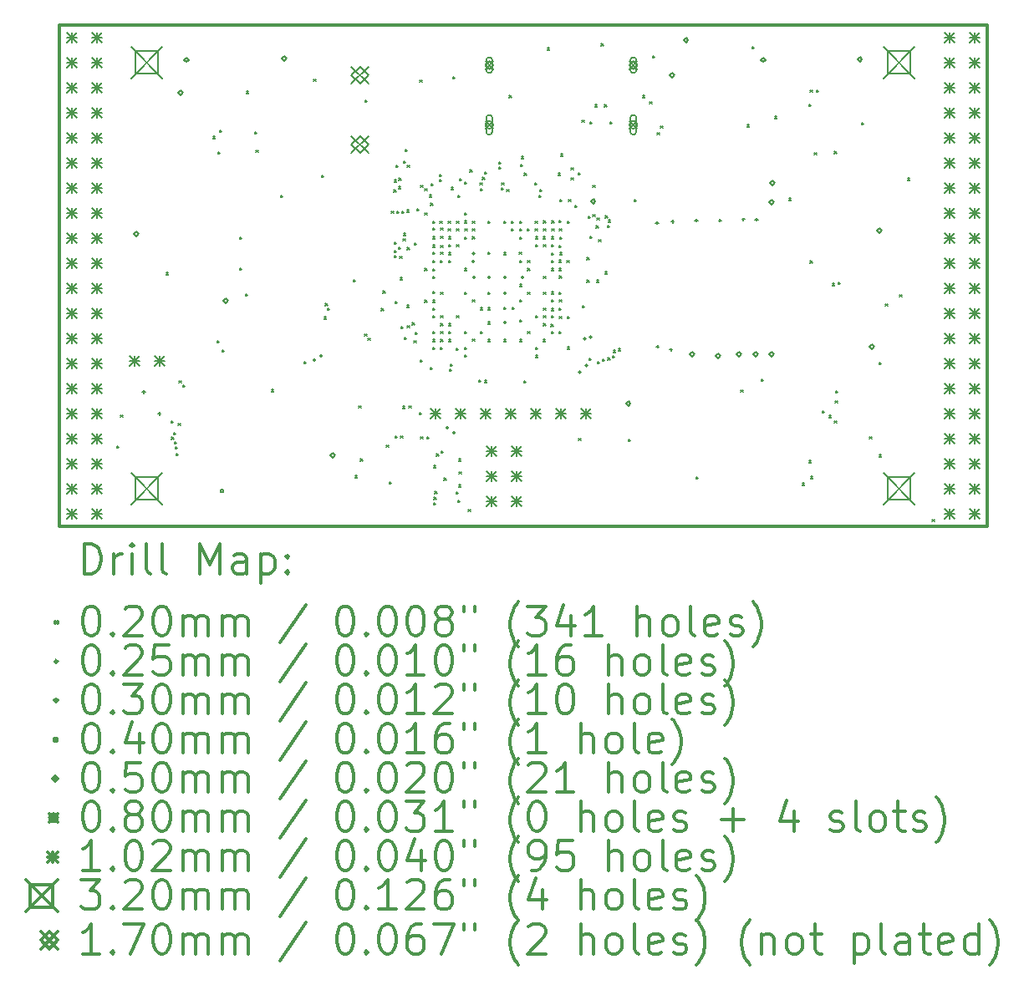
<source format=gbr>
%FSLAX45Y45*%
G04 Gerber Fmt 4.5, Leading zero omitted, Abs format (unit mm)*
G04 Created by KiCad (PCBNEW 4.0.7+dfsg1-1) date Sat Nov 11 00:22:15 2017*
%MOMM*%
%LPD*%
G01*
G04 APERTURE LIST*
%ADD10C,0.127000*%
%ADD11C,0.300000*%
%ADD12C,0.200000*%
G04 APERTURE END LIST*
D10*
D11*
X9410000Y-6142000D02*
X9410000Y-11222000D01*
X18808000Y-6142000D02*
X9410000Y-6142000D01*
X18808000Y-11222000D02*
X18808000Y-6142000D01*
X9410000Y-11222000D02*
X18808000Y-11222000D01*
D12*
X9998000Y-10410000D02*
X10018000Y-10430000D01*
X10018000Y-10410000D02*
X9998000Y-10430000D01*
X10035000Y-10094400D02*
X10055000Y-10114400D01*
X10055000Y-10094400D02*
X10035000Y-10114400D01*
X10493771Y-8653299D02*
X10513771Y-8673299D01*
X10513771Y-8653299D02*
X10493771Y-8673299D01*
X10547276Y-10156132D02*
X10567276Y-10176132D01*
X10567276Y-10156132D02*
X10547276Y-10176132D01*
X10552725Y-10321224D02*
X10572725Y-10341224D01*
X10572725Y-10321224D02*
X10552725Y-10341224D01*
X10571376Y-10271934D02*
X10591376Y-10291934D01*
X10591376Y-10271934D02*
X10571376Y-10291934D01*
X10579560Y-10366582D02*
X10599560Y-10386582D01*
X10599560Y-10366582D02*
X10579560Y-10386582D01*
X10589272Y-10418380D02*
X10609272Y-10438380D01*
X10609272Y-10418380D02*
X10589272Y-10438380D01*
X10598875Y-10487404D02*
X10618875Y-10507404D01*
X10618875Y-10487404D02*
X10598875Y-10507404D01*
X10618105Y-10179347D02*
X10638105Y-10199347D01*
X10638105Y-10179347D02*
X10618105Y-10199347D01*
X10626851Y-9751340D02*
X10646851Y-9771340D01*
X10646851Y-9751340D02*
X10626851Y-9771340D01*
X10664117Y-9793541D02*
X10684117Y-9813541D01*
X10684117Y-9793541D02*
X10664117Y-9813541D01*
X10972800Y-7273000D02*
X10992800Y-7293000D01*
X10992800Y-7273000D02*
X10972800Y-7293000D01*
X11014904Y-9343377D02*
X11034904Y-9363377D01*
X11034904Y-9343377D02*
X11014904Y-9363377D01*
X11021352Y-7428070D02*
X11041352Y-7448070D01*
X11041352Y-7428070D02*
X11021352Y-7448070D01*
X11038300Y-7211500D02*
X11058300Y-7231500D01*
X11058300Y-7211500D02*
X11038300Y-7231500D01*
X11061873Y-9435178D02*
X11081873Y-9455178D01*
X11081873Y-9435178D02*
X11061873Y-9455178D01*
X11241500Y-8291000D02*
X11261500Y-8311000D01*
X11261500Y-8291000D02*
X11241500Y-8311000D01*
X11241500Y-8608500D02*
X11261500Y-8628500D01*
X11261500Y-8608500D02*
X11241500Y-8628500D01*
X11298000Y-8870000D02*
X11318000Y-8890000D01*
X11318000Y-8870000D02*
X11298000Y-8890000D01*
X11311224Y-6814440D02*
X11331224Y-6834440D01*
X11331224Y-6814440D02*
X11311224Y-6834440D01*
X11393900Y-7224200D02*
X11413900Y-7244200D01*
X11413900Y-7224200D02*
X11393900Y-7244200D01*
X11406600Y-7414700D02*
X11426600Y-7434700D01*
X11426600Y-7414700D02*
X11406600Y-7434700D01*
X11563000Y-9839314D02*
X11583000Y-9859314D01*
X11583000Y-9839314D02*
X11563000Y-9859314D01*
X11655434Y-7867799D02*
X11675434Y-7887799D01*
X11675434Y-7867799D02*
X11655434Y-7887799D01*
X11890851Y-9556294D02*
X11910851Y-9576294D01*
X11910851Y-9556294D02*
X11890851Y-9576294D01*
X11990800Y-6690800D02*
X12010800Y-6710800D01*
X12010800Y-6690800D02*
X11990800Y-6710800D01*
X12073455Y-7667909D02*
X12093455Y-7687909D01*
X12093455Y-7667909D02*
X12073455Y-7687909D01*
X12094120Y-9102507D02*
X12114120Y-9122507D01*
X12114120Y-9102507D02*
X12094120Y-9122507D01*
X12110622Y-8966255D02*
X12130622Y-8986255D01*
X12130622Y-8966255D02*
X12110622Y-8986255D01*
X12130195Y-9015187D02*
X12150195Y-9035187D01*
X12150195Y-9015187D02*
X12130195Y-9035187D01*
X12392771Y-8724771D02*
X12412771Y-8744771D01*
X12412771Y-8724771D02*
X12392771Y-8744771D01*
X12392771Y-8724771D02*
X12412771Y-8744771D01*
X12412771Y-8724771D02*
X12392771Y-8744771D01*
X12410242Y-10710764D02*
X12430242Y-10730764D01*
X12430242Y-10710764D02*
X12410242Y-10730764D01*
X12448000Y-10005500D02*
X12468000Y-10025500D01*
X12468000Y-10005500D02*
X12448000Y-10025500D01*
X12464182Y-10539469D02*
X12484182Y-10559469D01*
X12484182Y-10539469D02*
X12464182Y-10559469D01*
X12506739Y-9274152D02*
X12526739Y-9294152D01*
X12526739Y-9274152D02*
X12506739Y-9294152D01*
X12509354Y-6905685D02*
X12529354Y-6925685D01*
X12529354Y-6905685D02*
X12509354Y-6925685D01*
X12539954Y-9315068D02*
X12559954Y-9335068D01*
X12559954Y-9315068D02*
X12539954Y-9335068D01*
X12678001Y-9017611D02*
X12698001Y-9037611D01*
X12698001Y-9017611D02*
X12678001Y-9037611D01*
X12694005Y-8838107D02*
X12714005Y-8858107D01*
X12714005Y-8838107D02*
X12694005Y-8858107D01*
X12725815Y-10402805D02*
X12745815Y-10422805D01*
X12745815Y-10402805D02*
X12725815Y-10422805D01*
X12755664Y-10771679D02*
X12775664Y-10791679D01*
X12775664Y-10771679D02*
X12755664Y-10791679D01*
X12778962Y-8030743D02*
X12798962Y-8050743D01*
X12798962Y-8030743D02*
X12778962Y-8050743D01*
X12802557Y-7813365D02*
X12822557Y-7833365D01*
X12822557Y-7813365D02*
X12802557Y-7833365D01*
X12805201Y-7714196D02*
X12825201Y-7734196D01*
X12825201Y-7714196D02*
X12805201Y-7734196D01*
X12806546Y-8342876D02*
X12826546Y-8362876D01*
X12826546Y-8342876D02*
X12806546Y-8362876D01*
X12808331Y-8428074D02*
X12828331Y-8448074D01*
X12828331Y-8428074D02*
X12808331Y-8448074D01*
X12810326Y-8480738D02*
X12830326Y-8500738D01*
X12830326Y-8480738D02*
X12810326Y-8500738D01*
X12815144Y-8946421D02*
X12835144Y-8966421D01*
X12835144Y-8946421D02*
X12815144Y-8966421D01*
X12818000Y-10310000D02*
X12838000Y-10330000D01*
X12838000Y-10310000D02*
X12818000Y-10330000D01*
X12824906Y-7565392D02*
X12844906Y-7585392D01*
X12844906Y-7565392D02*
X12824906Y-7585392D01*
X12831658Y-8029985D02*
X12851658Y-8049985D01*
X12851658Y-8029985D02*
X12831658Y-8049985D01*
X12849054Y-7779404D02*
X12869054Y-7799404D01*
X12869054Y-7779404D02*
X12849054Y-7799404D01*
X12851077Y-8397249D02*
X12871077Y-8417249D01*
X12871077Y-8397249D02*
X12851077Y-8417249D01*
X12854493Y-7695003D02*
X12874493Y-7715003D01*
X12874493Y-7695003D02*
X12854493Y-7715003D01*
X12862365Y-8489063D02*
X12882365Y-8509063D01*
X12882365Y-8489063D02*
X12862365Y-8509063D01*
X12867665Y-8703514D02*
X12887665Y-8723514D01*
X12887665Y-8703514D02*
X12867665Y-8723514D01*
X12870682Y-10308590D02*
X12890682Y-10328590D01*
X12890682Y-10308590D02*
X12870682Y-10328590D01*
X12877965Y-9201104D02*
X12897965Y-9221104D01*
X12897965Y-9201104D02*
X12877965Y-9221104D01*
X12884359Y-8029973D02*
X12904359Y-8049973D01*
X12904359Y-8029973D02*
X12884359Y-8049973D01*
X12890520Y-10007480D02*
X12910520Y-10027480D01*
X12910520Y-10007480D02*
X12890520Y-10027480D01*
X12895438Y-8307924D02*
X12915438Y-8327924D01*
X12915438Y-8307924D02*
X12895438Y-8327924D01*
X12900909Y-8255507D02*
X12920909Y-8275507D01*
X12920909Y-8255507D02*
X12900909Y-8275507D01*
X12902508Y-7521580D02*
X12922508Y-7541580D01*
X12922508Y-7521580D02*
X12902508Y-7541580D01*
X12909665Y-9310913D02*
X12929665Y-9330913D01*
X12929665Y-9310913D02*
X12909665Y-9330913D01*
X12915222Y-7404246D02*
X12935222Y-7424246D01*
X12935222Y-7404246D02*
X12915222Y-7424246D01*
X12934924Y-8982695D02*
X12954924Y-9002695D01*
X12954924Y-8982695D02*
X12934924Y-9002695D01*
X12935799Y-8018511D02*
X12955799Y-8038511D01*
X12955799Y-8018511D02*
X12935799Y-8038511D01*
X12937785Y-9190082D02*
X12957785Y-9210082D01*
X12957785Y-9190082D02*
X12937785Y-9210082D01*
X12938514Y-8398242D02*
X12958514Y-8418242D01*
X12958514Y-8398242D02*
X12938514Y-8418242D01*
X12939334Y-7563781D02*
X12959334Y-7583781D01*
X12959334Y-7563781D02*
X12939334Y-7583781D01*
X12956000Y-10005500D02*
X12976000Y-10025500D01*
X12976000Y-10005500D02*
X12956000Y-10025500D01*
X12988816Y-9162200D02*
X13008816Y-9182200D01*
X13008816Y-9162200D02*
X12988816Y-9182200D01*
X13007140Y-9344434D02*
X13027140Y-9364434D01*
X13027140Y-9344434D02*
X13007140Y-9364434D01*
X13010463Y-8349948D02*
X13030463Y-8369948D01*
X13030463Y-8349948D02*
X13010463Y-8369948D01*
X13020226Y-9260033D02*
X13040226Y-9280033D01*
X13040226Y-9260033D02*
X13020226Y-9280033D01*
X13038990Y-8006723D02*
X13058990Y-8026723D01*
X13058990Y-8006723D02*
X13038990Y-8026723D01*
X13059238Y-10069000D02*
X13079238Y-10089000D01*
X13079238Y-10069000D02*
X13059238Y-10089000D01*
X13066199Y-6701962D02*
X13086199Y-6721962D01*
X13086199Y-6701962D02*
X13066199Y-6721962D01*
X13070707Y-9535414D02*
X13090707Y-9555414D01*
X13090707Y-9535414D02*
X13070707Y-9555414D01*
X13073949Y-10316052D02*
X13093949Y-10336052D01*
X13093949Y-10316052D02*
X13073949Y-10336052D01*
X13075683Y-7768682D02*
X13095683Y-7788682D01*
X13095683Y-7768682D02*
X13075683Y-7788682D01*
X13115313Y-7803422D02*
X13135313Y-7823422D01*
X13135313Y-7803422D02*
X13115313Y-7823422D01*
X13117530Y-8049575D02*
X13137530Y-8069575D01*
X13137530Y-8049575D02*
X13117530Y-8069575D01*
X13117831Y-8611310D02*
X13137831Y-8631310D01*
X13137831Y-8611310D02*
X13117831Y-8631310D01*
X13117950Y-8930733D02*
X13137950Y-8950733D01*
X13137950Y-8930733D02*
X13117950Y-8950733D01*
X13135385Y-10316052D02*
X13155385Y-10336052D01*
X13155385Y-10316052D02*
X13135385Y-10336052D01*
X13160933Y-7864587D02*
X13180933Y-7884587D01*
X13180933Y-7864587D02*
X13160933Y-7884587D01*
X13170890Y-9612737D02*
X13190890Y-9632737D01*
X13190890Y-9612737D02*
X13170890Y-9632737D01*
X13174731Y-7948989D02*
X13194731Y-7968989D01*
X13194731Y-7948989D02*
X13174731Y-7968989D01*
X13182329Y-7748485D02*
X13202329Y-7768485D01*
X13202329Y-7748485D02*
X13182329Y-7768485D01*
X13196210Y-8443398D02*
X13216210Y-8463398D01*
X13216210Y-8443398D02*
X13196210Y-8463398D01*
X13197298Y-8527799D02*
X13217298Y-8547799D01*
X13217298Y-8527799D02*
X13197298Y-8547799D01*
X13197562Y-8931064D02*
X13217562Y-8951064D01*
X13217562Y-8931064D02*
X13197562Y-8951064D01*
X13197765Y-9087799D02*
X13217765Y-9107799D01*
X13217765Y-9087799D02*
X13197765Y-9107799D01*
X13197902Y-8288404D02*
X13217902Y-8308404D01*
X13217902Y-8288404D02*
X13197902Y-8308404D01*
X13198000Y-8130000D02*
X13218000Y-8150000D01*
X13218000Y-8130000D02*
X13198000Y-8150000D01*
X13198000Y-8690000D02*
X13218000Y-8710000D01*
X13218000Y-8690000D02*
X13198000Y-8710000D01*
X13198000Y-9250000D02*
X13218000Y-9270000D01*
X13218000Y-9250000D02*
X13198000Y-9270000D01*
X13198000Y-9330000D02*
X13218000Y-9350000D01*
X13218000Y-9330000D02*
X13198000Y-9350000D01*
X13198000Y-9410000D02*
X13218000Y-9430000D01*
X13218000Y-9410000D02*
X13198000Y-9430000D01*
X13198001Y-8200333D02*
X13218001Y-8220333D01*
X13218001Y-8200333D02*
X13198001Y-8220333D01*
X13198296Y-9011078D02*
X13218296Y-9031078D01*
X13218296Y-9011078D02*
X13198296Y-9031078D01*
X13198303Y-8616041D02*
X13218303Y-8636041D01*
X13218303Y-8616041D02*
X13198303Y-8636041D01*
X13198368Y-8372806D02*
X13218368Y-8392806D01*
X13218368Y-8372806D02*
X13198368Y-8392806D01*
X13198405Y-8845827D02*
X13218405Y-8865827D01*
X13218405Y-8845827D02*
X13198405Y-8865827D01*
X13204611Y-10984026D02*
X13224611Y-11004026D01*
X13224611Y-10984026D02*
X13204611Y-11004026D01*
X13206286Y-10608587D02*
X13226286Y-10628587D01*
X13226286Y-10608587D02*
X13206286Y-10628587D01*
X13208900Y-10931500D02*
X13228900Y-10951500D01*
X13228900Y-10931500D02*
X13208900Y-10951500D01*
X13218000Y-10870000D02*
X13238000Y-10890000D01*
X13238000Y-10870000D02*
X13218000Y-10890000D01*
X13234844Y-10489450D02*
X13254844Y-10509450D01*
X13254844Y-10489450D02*
X13234844Y-10509450D01*
X13263724Y-7657621D02*
X13283724Y-7677621D01*
X13283724Y-7657621D02*
X13263724Y-7677621D01*
X13266117Y-7710267D02*
X13286117Y-7730267D01*
X13286117Y-7710267D02*
X13266117Y-7730267D01*
X13268334Y-8130000D02*
X13288334Y-8150000D01*
X13288334Y-8130000D02*
X13268334Y-8150000D01*
X13273464Y-8527799D02*
X13293464Y-8547799D01*
X13293464Y-8527799D02*
X13273464Y-8547799D01*
X13274623Y-9409707D02*
X13294623Y-9429707D01*
X13294623Y-9409707D02*
X13274623Y-9429707D01*
X13276300Y-8202454D02*
X13296300Y-8222454D01*
X13296300Y-8202454D02*
X13276300Y-8222454D01*
X13277177Y-8443398D02*
X13297177Y-8463398D01*
X13297177Y-8443398D02*
X13277177Y-8463398D01*
X13277261Y-8286855D02*
X13297261Y-8306855D01*
X13297261Y-8286855D02*
X13277261Y-8306855D01*
X13278000Y-8850000D02*
X13298000Y-8870000D01*
X13298000Y-8850000D02*
X13278000Y-8870000D01*
X13278000Y-9090000D02*
X13298000Y-9110000D01*
X13298000Y-9090000D02*
X13278000Y-9110000D01*
X13278000Y-9170000D02*
X13298000Y-9190000D01*
X13298000Y-9170000D02*
X13278000Y-9190000D01*
X13278000Y-9250000D02*
X13298000Y-9270000D01*
X13298000Y-9250000D02*
X13278000Y-9270000D01*
X13278000Y-9330000D02*
X13298000Y-9350000D01*
X13298000Y-9330000D02*
X13278000Y-9350000D01*
X13278089Y-8379783D02*
X13298089Y-8399784D01*
X13298089Y-8379783D02*
X13278089Y-8399784D01*
X13283696Y-10459892D02*
X13303696Y-10479892D01*
X13303696Y-10459892D02*
X13283696Y-10479892D01*
X13311600Y-10736500D02*
X13331600Y-10756500D01*
X13331600Y-10736500D02*
X13311600Y-10756500D01*
X13352736Y-8131468D02*
X13372736Y-8151468D01*
X13372736Y-8131468D02*
X13352736Y-8151468D01*
X13354839Y-8209060D02*
X13374839Y-8229060D01*
X13374839Y-8209060D02*
X13354839Y-8229060D01*
X13357194Y-8449520D02*
X13377194Y-8469520D01*
X13377194Y-8449520D02*
X13357194Y-8469520D01*
X13358000Y-8290000D02*
X13378000Y-8310000D01*
X13378000Y-8290000D02*
X13358000Y-8310000D01*
X13358000Y-8370000D02*
X13378000Y-8390000D01*
X13378000Y-8370000D02*
X13358000Y-8390000D01*
X13358000Y-8530000D02*
X13378000Y-8550000D01*
X13378000Y-8530000D02*
X13358000Y-8550000D01*
X13358000Y-9170000D02*
X13378000Y-9190000D01*
X13378000Y-9170000D02*
X13358000Y-9190000D01*
X13358000Y-9250000D02*
X13378000Y-9270000D01*
X13378000Y-9250000D02*
X13358000Y-9270000D01*
X13358548Y-9330230D02*
X13378548Y-9350230D01*
X13378548Y-9330230D02*
X13358548Y-9350230D01*
X13366285Y-9629515D02*
X13386285Y-9649515D01*
X13386285Y-9629515D02*
X13366285Y-9649515D01*
X13375239Y-9577580D02*
X13395239Y-9597580D01*
X13395239Y-9577580D02*
X13375239Y-9597580D01*
X13384238Y-7788077D02*
X13404238Y-7808077D01*
X13404238Y-7788077D02*
X13384238Y-7808077D01*
X13397916Y-6668615D02*
X13417916Y-6688615D01*
X13417916Y-6668615D02*
X13397916Y-6688615D01*
X13435582Y-9416717D02*
X13455582Y-9436717D01*
X13455582Y-9416717D02*
X13435582Y-9436717D01*
X13436400Y-10874197D02*
X13456400Y-10894197D01*
X13456400Y-10874197D02*
X13436400Y-10894197D01*
X13437137Y-8130675D02*
X13457137Y-8150675D01*
X13457137Y-8130675D02*
X13437137Y-8150675D01*
X13437651Y-8208015D02*
X13457651Y-8228015D01*
X13457651Y-8208015D02*
X13437651Y-8228015D01*
X13438000Y-8370000D02*
X13458000Y-8390000D01*
X13458000Y-8370000D02*
X13438000Y-8390000D01*
X13438000Y-9090000D02*
X13458000Y-9110000D01*
X13458000Y-9090000D02*
X13438000Y-9110000D01*
X13451300Y-7871900D02*
X13471300Y-7891900D01*
X13471300Y-7871900D02*
X13451300Y-7891900D01*
X13453687Y-10961995D02*
X13473687Y-10981995D01*
X13473687Y-10961995D02*
X13453687Y-10981995D01*
X13457587Y-10803159D02*
X13477587Y-10823159D01*
X13477587Y-10803159D02*
X13457587Y-10823159D01*
X13460735Y-10540845D02*
X13480735Y-10560845D01*
X13480735Y-10540845D02*
X13460735Y-10560845D01*
X13465065Y-10671051D02*
X13485065Y-10691051D01*
X13485065Y-10671051D02*
X13465065Y-10691051D01*
X13465805Y-7703014D02*
X13485805Y-7723014D01*
X13485805Y-7703014D02*
X13465805Y-7723014D01*
X13517331Y-8851860D02*
X13537331Y-8871860D01*
X13537331Y-8851860D02*
X13517331Y-8871860D01*
X13518000Y-8292201D02*
X13538000Y-8312201D01*
X13538000Y-8292201D02*
X13518000Y-8312201D01*
X13518000Y-8610000D02*
X13538000Y-8630000D01*
X13538000Y-8610000D02*
X13518000Y-8630000D01*
X13518000Y-9250000D02*
X13538000Y-9270000D01*
X13538000Y-9250000D02*
X13518000Y-9270000D01*
X13518006Y-7736330D02*
X13538006Y-7756330D01*
X13538006Y-7736330D02*
X13518006Y-7756330D01*
X13518128Y-8048312D02*
X13538128Y-8068312D01*
X13538128Y-8048312D02*
X13518128Y-8068312D01*
X13518463Y-9488530D02*
X13538463Y-9508530D01*
X13538463Y-9488530D02*
X13518463Y-9508530D01*
X13518862Y-9412562D02*
X13538862Y-9432562D01*
X13538862Y-9412562D02*
X13518862Y-9432562D01*
X13521538Y-8129192D02*
X13541538Y-8149192D01*
X13541538Y-8129192D02*
X13521538Y-8149192D01*
X13522052Y-8209644D02*
X13542052Y-8229644D01*
X13542052Y-8209644D02*
X13522052Y-8229644D01*
X13555656Y-11051071D02*
X13575656Y-11071071D01*
X13575656Y-11051071D02*
X13555656Y-11071071D01*
X13573070Y-7610061D02*
X13593070Y-7630061D01*
X13593070Y-7610061D02*
X13573070Y-7630061D01*
X13598000Y-8210000D02*
X13618000Y-8230000D01*
X13618000Y-8210000D02*
X13598000Y-8230000D01*
X13598000Y-8290000D02*
X13618000Y-8310000D01*
X13618000Y-8290000D02*
X13598000Y-8310000D01*
X13598517Y-8929483D02*
X13618517Y-8949483D01*
X13618517Y-8929483D02*
X13598517Y-8949483D01*
X13599596Y-9326965D02*
X13619596Y-9346965D01*
X13619596Y-9326965D02*
X13599596Y-9346965D01*
X13599639Y-8129507D02*
X13619639Y-8149507D01*
X13619639Y-8129507D02*
X13599639Y-8149507D01*
X13664090Y-9741450D02*
X13684090Y-9761450D01*
X13684090Y-9741450D02*
X13664090Y-9761450D01*
X13675954Y-7745082D02*
X13695954Y-7765082D01*
X13695954Y-7745082D02*
X13675954Y-7765082D01*
X13678000Y-9250000D02*
X13698000Y-9270000D01*
X13698000Y-9250000D02*
X13678000Y-9270000D01*
X13678517Y-9009483D02*
X13698517Y-9029483D01*
X13698517Y-9009483D02*
X13678517Y-9029483D01*
X13682206Y-7799789D02*
X13702206Y-7819789D01*
X13702206Y-7799789D02*
X13682206Y-7819789D01*
X13700695Y-7687992D02*
X13720695Y-7707992D01*
X13720695Y-7687992D02*
X13700695Y-7707992D01*
X13719559Y-9743802D02*
X13739559Y-9763802D01*
X13739559Y-9743802D02*
X13719559Y-9763802D01*
X13720873Y-7631502D02*
X13740873Y-7651502D01*
X13740873Y-7631502D02*
X13720873Y-7651502D01*
X13755905Y-9153803D02*
X13775905Y-9173803D01*
X13775905Y-9153803D02*
X13755905Y-9173803D01*
X13758000Y-8130000D02*
X13778000Y-8150000D01*
X13778000Y-8130000D02*
X13758000Y-8150000D01*
X13758000Y-8850000D02*
X13778000Y-8870000D01*
X13778000Y-8850000D02*
X13758000Y-8870000D01*
X13758000Y-9007299D02*
X13778000Y-9027299D01*
X13778000Y-9007299D02*
X13758000Y-9027299D01*
X13758000Y-9330000D02*
X13778000Y-9350000D01*
X13778000Y-9330000D02*
X13758000Y-9350000D01*
X13758056Y-8443409D02*
X13778056Y-8463409D01*
X13778056Y-8443409D02*
X13758056Y-8463409D01*
X13867568Y-7584299D02*
X13887568Y-7604299D01*
X13887568Y-7584299D02*
X13867568Y-7604299D01*
X13867920Y-7530076D02*
X13887920Y-7550076D01*
X13887920Y-7530076D02*
X13867920Y-7550076D01*
X13893411Y-7794095D02*
X13913411Y-7814095D01*
X13913411Y-7794095D02*
X13893411Y-7814095D01*
X13894675Y-7741409D02*
X13914675Y-7761409D01*
X13914675Y-7741409D02*
X13894675Y-7761409D01*
X13917252Y-8451135D02*
X13937252Y-8471135D01*
X13937252Y-8451135D02*
X13917252Y-8471135D01*
X13918000Y-8130000D02*
X13938000Y-8150000D01*
X13938000Y-8130000D02*
X13918000Y-8150000D01*
X13918000Y-9002299D02*
X13938000Y-9022299D01*
X13938000Y-9002299D02*
X13918000Y-9022299D01*
X13918000Y-9330000D02*
X13938000Y-9350000D01*
X13938000Y-9330000D02*
X13918000Y-9350000D01*
X13947862Y-7810586D02*
X13967862Y-7830586D01*
X13967862Y-7810586D02*
X13947862Y-7830586D01*
X13972000Y-6856567D02*
X13992000Y-6876567D01*
X13992000Y-6856567D02*
X13972000Y-6876567D01*
X13993095Y-8210000D02*
X14013095Y-8230000D01*
X14013095Y-8210000D02*
X13993095Y-8230000D01*
X13993599Y-8130000D02*
X14013599Y-8150000D01*
X14013599Y-8130000D02*
X13993599Y-8150000D01*
X13999489Y-9002299D02*
X14019489Y-9022299D01*
X14019489Y-9002299D02*
X13999489Y-9022299D01*
X14073600Y-8443400D02*
X14093600Y-8463400D01*
X14093600Y-8443400D02*
X14073600Y-8463400D01*
X14076403Y-8294140D02*
X14096403Y-8314140D01*
X14096403Y-8294140D02*
X14076403Y-8314140D01*
X14077419Y-9133335D02*
X14097419Y-9153335D01*
X14097419Y-9133335D02*
X14077419Y-9153335D01*
X14077497Y-8207716D02*
X14097497Y-8227716D01*
X14097497Y-8207716D02*
X14077497Y-8227716D01*
X14078000Y-8130000D02*
X14098000Y-8150000D01*
X14098000Y-8130000D02*
X14078000Y-8150000D01*
X14078000Y-8530000D02*
X14098000Y-8550000D01*
X14098000Y-8530000D02*
X14078000Y-8550000D01*
X14078000Y-8770000D02*
X14098000Y-8790000D01*
X14098000Y-8770000D02*
X14078000Y-8790000D01*
X14078000Y-8930000D02*
X14098000Y-8950000D01*
X14098000Y-8930000D02*
X14078000Y-8950000D01*
X14078000Y-9330000D02*
X14098000Y-9350000D01*
X14098000Y-9330000D02*
X14078000Y-9350000D01*
X14088006Y-7558194D02*
X14108006Y-7578194D01*
X14108006Y-7558194D02*
X14088006Y-7578194D01*
X14094664Y-7477380D02*
X14114664Y-7497380D01*
X14114664Y-7477380D02*
X14094664Y-7497380D01*
X14118000Y-9750000D02*
X14138000Y-9770000D01*
X14138000Y-9750000D02*
X14118000Y-9770000D01*
X14124297Y-7645500D02*
X14144297Y-7665500D01*
X14144297Y-7645500D02*
X14124297Y-7665500D01*
X14156269Y-8210778D02*
X14176269Y-8230778D01*
X14176269Y-8210778D02*
X14156269Y-8230778D01*
X14158000Y-8530000D02*
X14178000Y-8550000D01*
X14178000Y-8530000D02*
X14158000Y-8550000D01*
X14158000Y-8610000D02*
X14178000Y-8630000D01*
X14178000Y-8610000D02*
X14158000Y-8630000D01*
X14158000Y-8850000D02*
X14178000Y-8870000D01*
X14178000Y-8850000D02*
X14158000Y-8870000D01*
X14158000Y-9250000D02*
X14178000Y-9270000D01*
X14178000Y-9250000D02*
X14158000Y-9270000D01*
X14229388Y-7741388D02*
X14249388Y-7761388D01*
X14249388Y-7741388D02*
X14229388Y-7761388D01*
X14233746Y-8208147D02*
X14253746Y-8228147D01*
X14253746Y-8208147D02*
X14233746Y-8228147D01*
X14235691Y-8130580D02*
X14255691Y-8150580D01*
X14255691Y-8130580D02*
X14235691Y-8150580D01*
X14237355Y-8289891D02*
X14257355Y-8309891D01*
X14257355Y-8289891D02*
X14237355Y-8309891D01*
X14238000Y-8370000D02*
X14258000Y-8390000D01*
X14258000Y-8370000D02*
X14238000Y-8390000D01*
X14238000Y-9090000D02*
X14258000Y-9110000D01*
X14258000Y-9090000D02*
X14238000Y-9110000D01*
X14238000Y-9410000D02*
X14258000Y-9430000D01*
X14258000Y-9410000D02*
X14238000Y-9430000D01*
X14238000Y-9490000D02*
X14258000Y-9510000D01*
X14258000Y-9490000D02*
X14238000Y-9510000D01*
X14274121Y-7868425D02*
X14294121Y-7888425D01*
X14294121Y-7868425D02*
X14274121Y-7888425D01*
X14281176Y-7811737D02*
X14301176Y-7831737D01*
X14301176Y-7811737D02*
X14281176Y-7831737D01*
X14315799Y-8290000D02*
X14335799Y-8310000D01*
X14335799Y-8290000D02*
X14315799Y-8310000D01*
X14316969Y-9331491D02*
X14336969Y-9351491D01*
X14336969Y-9331491D02*
X14316969Y-9351491D01*
X14317803Y-8849503D02*
X14337803Y-8869503D01*
X14337803Y-8849503D02*
X14317803Y-8869503D01*
X14318000Y-8370000D02*
X14338000Y-8390000D01*
X14338000Y-8370000D02*
X14318000Y-8390000D01*
X14318000Y-8690000D02*
X14338000Y-8710000D01*
X14338000Y-8690000D02*
X14318000Y-8710000D01*
X14318000Y-9090000D02*
X14338000Y-9110000D01*
X14338000Y-9090000D02*
X14318000Y-9110000D01*
X14318000Y-9170000D02*
X14338000Y-9190000D01*
X14338000Y-9170000D02*
X14318000Y-9190000D01*
X14318147Y-8210607D02*
X14338147Y-8230607D01*
X14338147Y-8210607D02*
X14318147Y-8230607D01*
X14318182Y-9010195D02*
X14338182Y-9030195D01*
X14338182Y-9010195D02*
X14318182Y-9030195D01*
X14320092Y-8127729D02*
X14340092Y-8147729D01*
X14340092Y-8127729D02*
X14320092Y-8147729D01*
X14355067Y-6376252D02*
X14375067Y-6396252D01*
X14375067Y-6376252D02*
X14355067Y-6396252D01*
X14396483Y-9177765D02*
X14416483Y-9197765D01*
X14416483Y-9177765D02*
X14396483Y-9197765D01*
X14397624Y-8929530D02*
X14417624Y-8949530D01*
X14417624Y-8929530D02*
X14397624Y-8949530D01*
X14397701Y-9016697D02*
X14417701Y-9036697D01*
X14417701Y-9016697D02*
X14397701Y-9036697D01*
X14398000Y-8610000D02*
X14418000Y-8630000D01*
X14418000Y-8610000D02*
X14398000Y-8630000D01*
X14398000Y-9090000D02*
X14418000Y-9110000D01*
X14418000Y-9090000D02*
X14398000Y-9110000D01*
X14398283Y-8848451D02*
X14418283Y-8868451D01*
X14418283Y-8848451D02*
X14398283Y-8868451D01*
X14400201Y-8290000D02*
X14420201Y-8310000D01*
X14420201Y-8290000D02*
X14400201Y-8310000D01*
X14400201Y-8529722D02*
X14420201Y-8549722D01*
X14420201Y-8529722D02*
X14400201Y-8549722D01*
X14400319Y-8367799D02*
X14420319Y-8387799D01*
X14420319Y-8367799D02*
X14400319Y-8387799D01*
X14400319Y-8452201D02*
X14420319Y-8472201D01*
X14420319Y-8452201D02*
X14400319Y-8472201D01*
X14401325Y-9248876D02*
X14421325Y-9268876D01*
X14421325Y-9248876D02*
X14401325Y-9268876D01*
X14402549Y-8208647D02*
X14422549Y-8228647D01*
X14422549Y-8208647D02*
X14402549Y-8228647D01*
X14404493Y-8128708D02*
X14424493Y-8148708D01*
X14424493Y-8128708D02*
X14404493Y-8148708D01*
X14469711Y-7646534D02*
X14489711Y-7666534D01*
X14489711Y-7646534D02*
X14469711Y-7666534D01*
X14476724Y-9012976D02*
X14496724Y-9032976D01*
X14496724Y-9012976D02*
X14476724Y-9032976D01*
X14476810Y-8527135D02*
X14496810Y-8547135D01*
X14496810Y-8527135D02*
X14476810Y-8547135D01*
X14477394Y-8376040D02*
X14497394Y-8396040D01*
X14497394Y-8376040D02*
X14477394Y-8396040D01*
X14477515Y-8611890D02*
X14497515Y-8631890D01*
X14497515Y-8611890D02*
X14477515Y-8631890D01*
X14477654Y-8122836D02*
X14497654Y-8142836D01*
X14497654Y-8122836D02*
X14477654Y-8142836D01*
X14477765Y-8852201D02*
X14497765Y-8872201D01*
X14497765Y-8852201D02*
X14477765Y-8872201D01*
X14478235Y-9247799D02*
X14498235Y-9267799D01*
X14498235Y-9247799D02*
X14478235Y-9267799D01*
X14478812Y-8207237D02*
X14498812Y-8227237D01*
X14498812Y-8207237D02*
X14478812Y-8227237D01*
X14479163Y-9097377D02*
X14499163Y-9117377D01*
X14499163Y-9097377D02*
X14479163Y-9117377D01*
X14479260Y-8928574D02*
X14499260Y-8948574D01*
X14499260Y-8928574D02*
X14479260Y-8948574D01*
X14479432Y-8687756D02*
X14499432Y-8707756D01*
X14499432Y-8687756D02*
X14479432Y-8707756D01*
X14481566Y-8449874D02*
X14501566Y-8469874D01*
X14501566Y-8449874D02*
X14481566Y-8469874D01*
X14481689Y-8291638D02*
X14501689Y-8311638D01*
X14501689Y-8291638D02*
X14481689Y-8311638D01*
X14486249Y-7913538D02*
X14506249Y-7933538D01*
X14506249Y-7913538D02*
X14486249Y-7933538D01*
X14491706Y-7449281D02*
X14511706Y-7469281D01*
X14511706Y-7449281D02*
X14491706Y-7469281D01*
X14557281Y-8529606D02*
X14577281Y-8549606D01*
X14577281Y-8529606D02*
X14557281Y-8549606D01*
X14558000Y-8130000D02*
X14578000Y-8150000D01*
X14578000Y-8130000D02*
X14558000Y-8150000D01*
X14558000Y-9407799D02*
X14578000Y-9427799D01*
X14578000Y-9407799D02*
X14558000Y-9427799D01*
X14559846Y-9097377D02*
X14579846Y-9117377D01*
X14579846Y-9097377D02*
X14559846Y-9117377D01*
X14573400Y-7909811D02*
X14593400Y-7929811D01*
X14593400Y-7909811D02*
X14573400Y-7929811D01*
X14598000Y-7590000D02*
X14618000Y-7610000D01*
X14618000Y-7590000D02*
X14598000Y-7610000D01*
X14598016Y-7694497D02*
X14618016Y-7714497D01*
X14618016Y-7694497D02*
X14598016Y-7714497D01*
X14638141Y-7971938D02*
X14658141Y-7991938D01*
X14658141Y-7971938D02*
X14638141Y-7991938D01*
X14667897Y-7642240D02*
X14687897Y-7662240D01*
X14687897Y-7642240D02*
X14667897Y-7662240D01*
X14674429Y-10335274D02*
X14694429Y-10355274D01*
X14694429Y-10335274D02*
X14674429Y-10355274D01*
X14708600Y-7110000D02*
X14728600Y-7130000D01*
X14728600Y-7110000D02*
X14708600Y-7130000D01*
X14710765Y-8987304D02*
X14730765Y-9007304D01*
X14730765Y-8987304D02*
X14710765Y-9007304D01*
X14758752Y-8499333D02*
X14778752Y-8519333D01*
X14778752Y-8499333D02*
X14758752Y-8519333D01*
X14759554Y-8727799D02*
X14779554Y-8747799D01*
X14779554Y-8727799D02*
X14759554Y-8747799D01*
X14770223Y-8081781D02*
X14790223Y-8101781D01*
X14790223Y-8081781D02*
X14770223Y-8101781D01*
X14782793Y-9522924D02*
X14802793Y-9542924D01*
X14802793Y-9522924D02*
X14782793Y-9542924D01*
X14788315Y-7124708D02*
X14808315Y-7144708D01*
X14808315Y-7124708D02*
X14788315Y-7144708D01*
X14790137Y-8285878D02*
X14810137Y-8305878D01*
X14810137Y-8285878D02*
X14790137Y-8305878D01*
X14817193Y-7767799D02*
X14837193Y-7787799D01*
X14837193Y-7767799D02*
X14817193Y-7787799D01*
X14819827Y-8063981D02*
X14839827Y-8083981D01*
X14839827Y-8063981D02*
X14819827Y-8083981D01*
X14837783Y-6951968D02*
X14857783Y-6971968D01*
X14857783Y-6951968D02*
X14837783Y-6971968D01*
X14851067Y-8180003D02*
X14871067Y-8200003D01*
X14871067Y-8180003D02*
X14851067Y-8200003D01*
X14858860Y-8727808D02*
X14878860Y-8747808D01*
X14878860Y-8727808D02*
X14858860Y-8747808D01*
X14861989Y-8095601D02*
X14881989Y-8115601D01*
X14881989Y-8095601D02*
X14861989Y-8115601D01*
X14864798Y-9556963D02*
X14884798Y-9576963D01*
X14884798Y-9556963D02*
X14864798Y-9576963D01*
X14877872Y-8316103D02*
X14897872Y-8336103D01*
X14897872Y-8316103D02*
X14877872Y-8336103D01*
X14903412Y-6332405D02*
X14923412Y-6352405D01*
X14923412Y-6332405D02*
X14903412Y-6352405D01*
X14918439Y-9527799D02*
X14938439Y-9547799D01*
X14938439Y-9527799D02*
X14918439Y-9547799D01*
X14937595Y-6951968D02*
X14957595Y-6971968D01*
X14957595Y-6951968D02*
X14937595Y-6971968D01*
X14942082Y-8643412D02*
X14962082Y-8663412D01*
X14962082Y-8643412D02*
X14942082Y-8663412D01*
X14944975Y-8076843D02*
X14964975Y-8096843D01*
X14964975Y-8076843D02*
X14944975Y-8096843D01*
X14967169Y-8172566D02*
X14987169Y-8192566D01*
X14987169Y-8172566D02*
X14967169Y-8192566D01*
X14969589Y-9515108D02*
X14989589Y-9535108D01*
X14989589Y-9515108D02*
X14969589Y-9535108D01*
X14974647Y-8120398D02*
X14994647Y-8140398D01*
X14994647Y-8120398D02*
X14974647Y-8140398D01*
X14993085Y-7123185D02*
X15013085Y-7143185D01*
X15013085Y-7123185D02*
X14993085Y-7143185D01*
X15017890Y-9494025D02*
X15037890Y-9514025D01*
X15037890Y-9494025D02*
X15017890Y-9514025D01*
X15024597Y-9441753D02*
X15044597Y-9461753D01*
X15044597Y-9441753D02*
X15024597Y-9461753D01*
X15078921Y-9423257D02*
X15098921Y-9443257D01*
X15098921Y-9423257D02*
X15078921Y-9443257D01*
X15179638Y-10341072D02*
X15199638Y-10361072D01*
X15199638Y-10341072D02*
X15179638Y-10361072D01*
X15239707Y-7909347D02*
X15259707Y-7929347D01*
X15259707Y-7909347D02*
X15239707Y-7929347D01*
X15322234Y-6857342D02*
X15342234Y-6877342D01*
X15342234Y-6857342D02*
X15322234Y-6877342D01*
X15394400Y-6919400D02*
X15414400Y-6939400D01*
X15414400Y-6919400D02*
X15394400Y-6939400D01*
X15422933Y-6454377D02*
X15442933Y-6474377D01*
X15442933Y-6454377D02*
X15422933Y-6474377D01*
X15469400Y-7232600D02*
X15489400Y-7252600D01*
X15489400Y-7232600D02*
X15469400Y-7252600D01*
X15504936Y-7166453D02*
X15524936Y-7186453D01*
X15524936Y-7166453D02*
X15504936Y-7186453D01*
X15861665Y-10722518D02*
X15881665Y-10742518D01*
X15881665Y-10722518D02*
X15861665Y-10742518D01*
X16317742Y-9840172D02*
X16337742Y-9860172D01*
X16337742Y-9840172D02*
X16317742Y-9860172D01*
X16380885Y-7155186D02*
X16400885Y-7175186D01*
X16400885Y-7155186D02*
X16380885Y-7175186D01*
X16433388Y-6363745D02*
X16453388Y-6383745D01*
X16453388Y-6363745D02*
X16433388Y-6383745D01*
X16524921Y-9732292D02*
X16544921Y-9752292D01*
X16544921Y-9732292D02*
X16524921Y-9752292D01*
X16657891Y-7070355D02*
X16677891Y-7090355D01*
X16677891Y-7070355D02*
X16657891Y-7090355D01*
X16806644Y-7900804D02*
X16826644Y-7920804D01*
X16826644Y-7900804D02*
X16806644Y-7920804D01*
X16940659Y-10785373D02*
X16960659Y-10805373D01*
X16960659Y-10785373D02*
X16940659Y-10805373D01*
X17005773Y-10556635D02*
X17025773Y-10576635D01*
X17025773Y-10556635D02*
X17005773Y-10576635D01*
X17008296Y-6947101D02*
X17028296Y-6967101D01*
X17028296Y-6947101D02*
X17008296Y-6967101D01*
X17020000Y-6805100D02*
X17040000Y-6825100D01*
X17040000Y-6805100D02*
X17020000Y-6825100D01*
X17020954Y-8534153D02*
X17040954Y-8554153D01*
X17040954Y-8534153D02*
X17020954Y-8554153D01*
X17026290Y-10718620D02*
X17046290Y-10738620D01*
X17046290Y-10718620D02*
X17026290Y-10738620D01*
X17063590Y-7436498D02*
X17083590Y-7456498D01*
X17083590Y-7436498D02*
X17063590Y-7456498D01*
X17085000Y-6802556D02*
X17105000Y-6822556D01*
X17105000Y-6802556D02*
X17085000Y-6822556D01*
X17144030Y-10054574D02*
X17164030Y-10074574D01*
X17164030Y-10054574D02*
X17144030Y-10074574D01*
X17209336Y-10100566D02*
X17229336Y-10120566D01*
X17229336Y-10100566D02*
X17209336Y-10120566D01*
X17246454Y-8762201D02*
X17266454Y-8782201D01*
X17266454Y-8762201D02*
X17246454Y-8782201D01*
X17264664Y-7424799D02*
X17284664Y-7444799D01*
X17284664Y-7424799D02*
X17264664Y-7444799D01*
X17266127Y-10155168D02*
X17286127Y-10175168D01*
X17286127Y-10155168D02*
X17266127Y-10175168D01*
X17273463Y-9949992D02*
X17293463Y-9969992D01*
X17293463Y-9949992D02*
X17273463Y-9969992D01*
X17277992Y-9851865D02*
X17297992Y-9871865D01*
X17297992Y-9851865D02*
X17277992Y-9871865D01*
X17303795Y-8749428D02*
X17323795Y-8769428D01*
X17323795Y-8749428D02*
X17303795Y-8769428D01*
X17539563Y-7135743D02*
X17559563Y-7155743D01*
X17559563Y-7135743D02*
X17539563Y-7155743D01*
X17620559Y-10317981D02*
X17640559Y-10337981D01*
X17640559Y-10317981D02*
X17620559Y-10337981D01*
X17717400Y-10497912D02*
X17737400Y-10517912D01*
X17737400Y-10497912D02*
X17717400Y-10517912D01*
X17718500Y-9561000D02*
X17738500Y-9581000D01*
X17738500Y-9561000D02*
X17718500Y-9581000D01*
X17782698Y-8971206D02*
X17802698Y-8991206D01*
X17802698Y-8971206D02*
X17782698Y-8991206D01*
X17925151Y-8876833D02*
X17945151Y-8896833D01*
X17945151Y-8876833D02*
X17925151Y-8896833D01*
X18003742Y-7696947D02*
X18023742Y-7716947D01*
X18023742Y-7696947D02*
X18003742Y-7716947D01*
X18257515Y-11153763D02*
X18277515Y-11173763D01*
X18277515Y-11153763D02*
X18257515Y-11173763D01*
X12010516Y-9541295D02*
G75*
G03X12010516Y-9541295I-12700J0D01*
G01*
X12076103Y-9497760D02*
G75*
G03X12076103Y-9497760I-12700J0D01*
G01*
X13357629Y-10223262D02*
G75*
G03X13357629Y-10223262I-12700J0D01*
G01*
X13420141Y-10275223D02*
G75*
G03X13420141Y-10275223I-12700J0D01*
G01*
X13620700Y-8460000D02*
G75*
G03X13620700Y-8460000I-12700J0D01*
G01*
X13620700Y-8540000D02*
G75*
G03X13620700Y-8540000I-12700J0D01*
G01*
X13623799Y-8699540D02*
G75*
G03X13623799Y-8699540I-12700J0D01*
G01*
X13780700Y-8700000D02*
G75*
G03X13780700Y-8700000I-12700J0D01*
G01*
X13939164Y-9161521D02*
G75*
G03X13939164Y-9161521I-12700J0D01*
G01*
X13940700Y-8700000D02*
G75*
G03X13940700Y-8700000I-12700J0D01*
G01*
X13940700Y-8860000D02*
G75*
G03X13940700Y-8860000I-12700J0D01*
G01*
X14116986Y-8699500D02*
G75*
G03X14116986Y-8699500I-12700J0D01*
G01*
X14698950Y-9661750D02*
G75*
G03X14698950Y-9661750I-12700J0D01*
G01*
X14748267Y-9321929D02*
G75*
G03X14748267Y-9321929I-12700J0D01*
G01*
X14766147Y-9591326D02*
G75*
G03X14766147Y-9591326I-12700J0D01*
G01*
X14804230Y-9306313D02*
G75*
G03X14804230Y-9306313I-12700J0D01*
G01*
X10271005Y-9844495D02*
X10271005Y-9874495D01*
X10256005Y-9859495D02*
X10286005Y-9859495D01*
X10426000Y-10064000D02*
X10426000Y-10094000D01*
X10411000Y-10079000D02*
X10441000Y-10079000D01*
X15465753Y-8131365D02*
X15465753Y-8161365D01*
X15450753Y-8146365D02*
X15480753Y-8146365D01*
X15472629Y-9385995D02*
X15472629Y-9415995D01*
X15457629Y-9400995D02*
X15487629Y-9400995D01*
X15607711Y-9417696D02*
X15607711Y-9447696D01*
X15592711Y-9432696D02*
X15622711Y-9432696D01*
X15626277Y-8119937D02*
X15626277Y-8149937D01*
X15611277Y-8134937D02*
X15641277Y-8134937D01*
X15868000Y-8106084D02*
X15868000Y-8136084D01*
X15853000Y-8121084D02*
X15883000Y-8121084D01*
X16106799Y-8106612D02*
X16106799Y-8136612D01*
X16091799Y-8121612D02*
X16121799Y-8121612D01*
X16342203Y-8097066D02*
X16342203Y-8127066D01*
X16327203Y-8112066D02*
X16357203Y-8112066D01*
X16474183Y-8098057D02*
X16474183Y-8128057D01*
X16459183Y-8113057D02*
X16489183Y-8113057D01*
X11073534Y-10877788D02*
X11073534Y-10849504D01*
X11045249Y-10849504D01*
X11045249Y-10877788D01*
X11073534Y-10877788D01*
X10193207Y-8283505D02*
X10218207Y-8258505D01*
X10193207Y-8233505D01*
X10168207Y-8258505D01*
X10193207Y-8283505D01*
X10641780Y-6856248D02*
X10666780Y-6831248D01*
X10641780Y-6806248D01*
X10616780Y-6831248D01*
X10641780Y-6856248D01*
X10697481Y-6520397D02*
X10722481Y-6495397D01*
X10697481Y-6470397D01*
X10672481Y-6495397D01*
X10697481Y-6520397D01*
X11099100Y-8961000D02*
X11124100Y-8936000D01*
X11099100Y-8911000D01*
X11074100Y-8936000D01*
X11099100Y-8961000D01*
X11688050Y-6505294D02*
X11713050Y-6480294D01*
X11688050Y-6455294D01*
X11663050Y-6480294D01*
X11688050Y-6505294D01*
X12186187Y-10528017D02*
X12211187Y-10503017D01*
X12186187Y-10478017D01*
X12161187Y-10503017D01*
X12186187Y-10528017D01*
X14820245Y-7952879D02*
X14845245Y-7927879D01*
X14820245Y-7902879D01*
X14795245Y-7927879D01*
X14820245Y-7952879D01*
X15175800Y-10002400D02*
X15200800Y-9977400D01*
X15175800Y-9952400D01*
X15150800Y-9977400D01*
X15175800Y-10002400D01*
X15623558Y-6679836D02*
X15648558Y-6654836D01*
X15623558Y-6629836D01*
X15598558Y-6654836D01*
X15623558Y-6679836D01*
X15760000Y-6319400D02*
X15785000Y-6294400D01*
X15760000Y-6269400D01*
X15735000Y-6294400D01*
X15760000Y-6319400D01*
X15823369Y-9501098D02*
X15848369Y-9476098D01*
X15823369Y-9451098D01*
X15798369Y-9476098D01*
X15823369Y-9501098D01*
X16088471Y-9524450D02*
X16113471Y-9499450D01*
X16088471Y-9474450D01*
X16063471Y-9499450D01*
X16088471Y-9524450D01*
X16299275Y-9507019D02*
X16324275Y-9482019D01*
X16299275Y-9457019D01*
X16274275Y-9482019D01*
X16299275Y-9507019D01*
X16465377Y-9507555D02*
X16490377Y-9482555D01*
X16465377Y-9457555D01*
X16440377Y-9482555D01*
X16465377Y-9507555D01*
X16541725Y-6520467D02*
X16566725Y-6495467D01*
X16541725Y-6470467D01*
X16516725Y-6495467D01*
X16541725Y-6520467D01*
X16624896Y-7965803D02*
X16649896Y-7940803D01*
X16624896Y-7915803D01*
X16599896Y-7940803D01*
X16624896Y-7965803D01*
X16628000Y-9505000D02*
X16653000Y-9480000D01*
X16628000Y-9455000D01*
X16603000Y-9480000D01*
X16628000Y-9505000D01*
X16634336Y-7772799D02*
X16659336Y-7747799D01*
X16634336Y-7722799D01*
X16609336Y-7747799D01*
X16634336Y-7772799D01*
X17521033Y-6519894D02*
X17546033Y-6494894D01*
X17521033Y-6469894D01*
X17496033Y-6494894D01*
X17521033Y-6519894D01*
X17647430Y-9431910D02*
X17672430Y-9406910D01*
X17647430Y-9381910D01*
X17622430Y-9406910D01*
X17647430Y-9431910D01*
X17722991Y-8253135D02*
X17747991Y-8228135D01*
X17722991Y-8203135D01*
X17697991Y-8228135D01*
X17722991Y-8253135D01*
X13728000Y-6510000D02*
X13808000Y-6590000D01*
X13808000Y-6510000D02*
X13728000Y-6590000D01*
X13808000Y-6550000D02*
G75*
G03X13808000Y-6550000I-40000J0D01*
G01*
X13738000Y-6500000D02*
X13738000Y-6600000D01*
X13798000Y-6500000D02*
X13798000Y-6600000D01*
X13738000Y-6600000D02*
G75*
G03X13798000Y-6600000I30000J0D01*
G01*
X13798000Y-6500000D02*
G75*
G03X13738000Y-6500000I-30000J0D01*
G01*
X13728000Y-7115000D02*
X13808000Y-7195000D01*
X13808000Y-7115000D02*
X13728000Y-7195000D01*
X13808000Y-7155000D02*
G75*
G03X13808000Y-7155000I-40000J0D01*
G01*
X13738000Y-7085000D02*
X13738000Y-7225000D01*
X13798000Y-7085000D02*
X13798000Y-7225000D01*
X13738000Y-7225000D02*
G75*
G03X13798000Y-7225000I30000J0D01*
G01*
X13798000Y-7085000D02*
G75*
G03X13738000Y-7085000I-30000J0D01*
G01*
X15188000Y-6510000D02*
X15268000Y-6590000D01*
X15268000Y-6510000D02*
X15188000Y-6590000D01*
X15268000Y-6550000D02*
G75*
G03X15268000Y-6550000I-40000J0D01*
G01*
X15198000Y-6500000D02*
X15198000Y-6600000D01*
X15258000Y-6500000D02*
X15258000Y-6600000D01*
X15198000Y-6600000D02*
G75*
G03X15258000Y-6600000I30000J0D01*
G01*
X15258000Y-6500000D02*
G75*
G03X15198000Y-6500000I-30000J0D01*
G01*
X15188000Y-7115000D02*
X15268000Y-7195000D01*
X15268000Y-7115000D02*
X15188000Y-7195000D01*
X15268000Y-7155000D02*
G75*
G03X15268000Y-7155000I-40000J0D01*
G01*
X15198000Y-7085000D02*
X15198000Y-7225000D01*
X15258000Y-7085000D02*
X15258000Y-7225000D01*
X15198000Y-7225000D02*
G75*
G03X15258000Y-7225000I30000J0D01*
G01*
X15258000Y-7085000D02*
G75*
G03X15198000Y-7085000I-30000J0D01*
G01*
X9486200Y-6218200D02*
X9587800Y-6319800D01*
X9587800Y-6218200D02*
X9486200Y-6319800D01*
X9537000Y-6218200D02*
X9537000Y-6319800D01*
X9486200Y-6269000D02*
X9587800Y-6269000D01*
X9486200Y-6472200D02*
X9587800Y-6573800D01*
X9587800Y-6472200D02*
X9486200Y-6573800D01*
X9537000Y-6472200D02*
X9537000Y-6573800D01*
X9486200Y-6523000D02*
X9587800Y-6523000D01*
X9486200Y-6726200D02*
X9587800Y-6827800D01*
X9587800Y-6726200D02*
X9486200Y-6827800D01*
X9537000Y-6726200D02*
X9537000Y-6827800D01*
X9486200Y-6777000D02*
X9587800Y-6777000D01*
X9486200Y-6980200D02*
X9587800Y-7081800D01*
X9587800Y-6980200D02*
X9486200Y-7081800D01*
X9537000Y-6980200D02*
X9537000Y-7081800D01*
X9486200Y-7031000D02*
X9587800Y-7031000D01*
X9486200Y-7234200D02*
X9587800Y-7335800D01*
X9587800Y-7234200D02*
X9486200Y-7335800D01*
X9537000Y-7234200D02*
X9537000Y-7335800D01*
X9486200Y-7285000D02*
X9587800Y-7285000D01*
X9486200Y-7488200D02*
X9587800Y-7589800D01*
X9587800Y-7488200D02*
X9486200Y-7589800D01*
X9537000Y-7488200D02*
X9537000Y-7589800D01*
X9486200Y-7539000D02*
X9587800Y-7539000D01*
X9486200Y-7742200D02*
X9587800Y-7843800D01*
X9587800Y-7742200D02*
X9486200Y-7843800D01*
X9537000Y-7742200D02*
X9537000Y-7843800D01*
X9486200Y-7793000D02*
X9587800Y-7793000D01*
X9486200Y-7996200D02*
X9587800Y-8097800D01*
X9587800Y-7996200D02*
X9486200Y-8097800D01*
X9537000Y-7996200D02*
X9537000Y-8097800D01*
X9486200Y-8047000D02*
X9587800Y-8047000D01*
X9486200Y-8250200D02*
X9587800Y-8351800D01*
X9587800Y-8250200D02*
X9486200Y-8351800D01*
X9537000Y-8250200D02*
X9537000Y-8351800D01*
X9486200Y-8301000D02*
X9587800Y-8301000D01*
X9486200Y-8504200D02*
X9587800Y-8605800D01*
X9587800Y-8504200D02*
X9486200Y-8605800D01*
X9537000Y-8504200D02*
X9537000Y-8605800D01*
X9486200Y-8555000D02*
X9587800Y-8555000D01*
X9486200Y-8758200D02*
X9587800Y-8859800D01*
X9587800Y-8758200D02*
X9486200Y-8859800D01*
X9537000Y-8758200D02*
X9537000Y-8859800D01*
X9486200Y-8809000D02*
X9587800Y-8809000D01*
X9486200Y-9012200D02*
X9587800Y-9113800D01*
X9587800Y-9012200D02*
X9486200Y-9113800D01*
X9537000Y-9012200D02*
X9537000Y-9113800D01*
X9486200Y-9063000D02*
X9587800Y-9063000D01*
X9486200Y-9266200D02*
X9587800Y-9367800D01*
X9587800Y-9266200D02*
X9486200Y-9367800D01*
X9537000Y-9266200D02*
X9537000Y-9367800D01*
X9486200Y-9317000D02*
X9587800Y-9317000D01*
X9486200Y-9520200D02*
X9587800Y-9621800D01*
X9587800Y-9520200D02*
X9486200Y-9621800D01*
X9537000Y-9520200D02*
X9537000Y-9621800D01*
X9486200Y-9571000D02*
X9587800Y-9571000D01*
X9486200Y-9774200D02*
X9587800Y-9875800D01*
X9587800Y-9774200D02*
X9486200Y-9875800D01*
X9537000Y-9774200D02*
X9537000Y-9875800D01*
X9486200Y-9825000D02*
X9587800Y-9825000D01*
X9486200Y-10028200D02*
X9587800Y-10129800D01*
X9587800Y-10028200D02*
X9486200Y-10129800D01*
X9537000Y-10028200D02*
X9537000Y-10129800D01*
X9486200Y-10079000D02*
X9587800Y-10079000D01*
X9486200Y-10282200D02*
X9587800Y-10383800D01*
X9587800Y-10282200D02*
X9486200Y-10383800D01*
X9537000Y-10282200D02*
X9537000Y-10383800D01*
X9486200Y-10333000D02*
X9587800Y-10333000D01*
X9486200Y-10536200D02*
X9587800Y-10637800D01*
X9587800Y-10536200D02*
X9486200Y-10637800D01*
X9537000Y-10536200D02*
X9537000Y-10637800D01*
X9486200Y-10587000D02*
X9587800Y-10587000D01*
X9486200Y-10790200D02*
X9587800Y-10891800D01*
X9587800Y-10790200D02*
X9486200Y-10891800D01*
X9537000Y-10790200D02*
X9537000Y-10891800D01*
X9486200Y-10841000D02*
X9587800Y-10841000D01*
X9486200Y-11044200D02*
X9587800Y-11145800D01*
X9587800Y-11044200D02*
X9486200Y-11145800D01*
X9537000Y-11044200D02*
X9537000Y-11145800D01*
X9486200Y-11095000D02*
X9587800Y-11095000D01*
X9740200Y-6218200D02*
X9841800Y-6319800D01*
X9841800Y-6218200D02*
X9740200Y-6319800D01*
X9791000Y-6218200D02*
X9791000Y-6319800D01*
X9740200Y-6269000D02*
X9841800Y-6269000D01*
X9740200Y-6472200D02*
X9841800Y-6573800D01*
X9841800Y-6472200D02*
X9740200Y-6573800D01*
X9791000Y-6472200D02*
X9791000Y-6573800D01*
X9740200Y-6523000D02*
X9841800Y-6523000D01*
X9740200Y-6726200D02*
X9841800Y-6827800D01*
X9841800Y-6726200D02*
X9740200Y-6827800D01*
X9791000Y-6726200D02*
X9791000Y-6827800D01*
X9740200Y-6777000D02*
X9841800Y-6777000D01*
X9740200Y-6980200D02*
X9841800Y-7081800D01*
X9841800Y-6980200D02*
X9740200Y-7081800D01*
X9791000Y-6980200D02*
X9791000Y-7081800D01*
X9740200Y-7031000D02*
X9841800Y-7031000D01*
X9740200Y-7234200D02*
X9841800Y-7335800D01*
X9841800Y-7234200D02*
X9740200Y-7335800D01*
X9791000Y-7234200D02*
X9791000Y-7335800D01*
X9740200Y-7285000D02*
X9841800Y-7285000D01*
X9740200Y-7488200D02*
X9841800Y-7589800D01*
X9841800Y-7488200D02*
X9740200Y-7589800D01*
X9791000Y-7488200D02*
X9791000Y-7589800D01*
X9740200Y-7539000D02*
X9841800Y-7539000D01*
X9740200Y-7742200D02*
X9841800Y-7843800D01*
X9841800Y-7742200D02*
X9740200Y-7843800D01*
X9791000Y-7742200D02*
X9791000Y-7843800D01*
X9740200Y-7793000D02*
X9841800Y-7793000D01*
X9740200Y-7996200D02*
X9841800Y-8097800D01*
X9841800Y-7996200D02*
X9740200Y-8097800D01*
X9791000Y-7996200D02*
X9791000Y-8097800D01*
X9740200Y-8047000D02*
X9841800Y-8047000D01*
X9740200Y-8250200D02*
X9841800Y-8351800D01*
X9841800Y-8250200D02*
X9740200Y-8351800D01*
X9791000Y-8250200D02*
X9791000Y-8351800D01*
X9740200Y-8301000D02*
X9841800Y-8301000D01*
X9740200Y-8504200D02*
X9841800Y-8605800D01*
X9841800Y-8504200D02*
X9740200Y-8605800D01*
X9791000Y-8504200D02*
X9791000Y-8605800D01*
X9740200Y-8555000D02*
X9841800Y-8555000D01*
X9740200Y-8758200D02*
X9841800Y-8859800D01*
X9841800Y-8758200D02*
X9740200Y-8859800D01*
X9791000Y-8758200D02*
X9791000Y-8859800D01*
X9740200Y-8809000D02*
X9841800Y-8809000D01*
X9740200Y-9012200D02*
X9841800Y-9113800D01*
X9841800Y-9012200D02*
X9740200Y-9113800D01*
X9791000Y-9012200D02*
X9791000Y-9113800D01*
X9740200Y-9063000D02*
X9841800Y-9063000D01*
X9740200Y-9266200D02*
X9841800Y-9367800D01*
X9841800Y-9266200D02*
X9740200Y-9367800D01*
X9791000Y-9266200D02*
X9791000Y-9367800D01*
X9740200Y-9317000D02*
X9841800Y-9317000D01*
X9740200Y-9520200D02*
X9841800Y-9621800D01*
X9841800Y-9520200D02*
X9740200Y-9621800D01*
X9791000Y-9520200D02*
X9791000Y-9621800D01*
X9740200Y-9571000D02*
X9841800Y-9571000D01*
X9740200Y-9774200D02*
X9841800Y-9875800D01*
X9841800Y-9774200D02*
X9740200Y-9875800D01*
X9791000Y-9774200D02*
X9791000Y-9875800D01*
X9740200Y-9825000D02*
X9841800Y-9825000D01*
X9740200Y-10028200D02*
X9841800Y-10129800D01*
X9841800Y-10028200D02*
X9740200Y-10129800D01*
X9791000Y-10028200D02*
X9791000Y-10129800D01*
X9740200Y-10079000D02*
X9841800Y-10079000D01*
X9740200Y-10282200D02*
X9841800Y-10383800D01*
X9841800Y-10282200D02*
X9740200Y-10383800D01*
X9791000Y-10282200D02*
X9791000Y-10383800D01*
X9740200Y-10333000D02*
X9841800Y-10333000D01*
X9740200Y-10536200D02*
X9841800Y-10637800D01*
X9841800Y-10536200D02*
X9740200Y-10637800D01*
X9791000Y-10536200D02*
X9791000Y-10637800D01*
X9740200Y-10587000D02*
X9841800Y-10587000D01*
X9740200Y-10790200D02*
X9841800Y-10891800D01*
X9841800Y-10790200D02*
X9740200Y-10891800D01*
X9791000Y-10790200D02*
X9791000Y-10891800D01*
X9740200Y-10841000D02*
X9841800Y-10841000D01*
X9740200Y-11044200D02*
X9841800Y-11145800D01*
X9841800Y-11044200D02*
X9740200Y-11145800D01*
X9791000Y-11044200D02*
X9791000Y-11145800D01*
X9740200Y-11095000D02*
X9841800Y-11095000D01*
X10121200Y-9494800D02*
X10222800Y-9596400D01*
X10222800Y-9494800D02*
X10121200Y-9596400D01*
X10172000Y-9494800D02*
X10172000Y-9596400D01*
X10121200Y-9545600D02*
X10222800Y-9545600D01*
X10375200Y-9494800D02*
X10476800Y-9596400D01*
X10476800Y-9494800D02*
X10375200Y-9596400D01*
X10426000Y-9494800D02*
X10426000Y-9596400D01*
X10375200Y-9545600D02*
X10476800Y-9545600D01*
X13169200Y-10028200D02*
X13270800Y-10129800D01*
X13270800Y-10028200D02*
X13169200Y-10129800D01*
X13220000Y-10028200D02*
X13220000Y-10129800D01*
X13169200Y-10079000D02*
X13270800Y-10079000D01*
X13423200Y-10028200D02*
X13524800Y-10129800D01*
X13524800Y-10028200D02*
X13423200Y-10129800D01*
X13474000Y-10028200D02*
X13474000Y-10129800D01*
X13423200Y-10079000D02*
X13524800Y-10079000D01*
X13677200Y-10028200D02*
X13778800Y-10129800D01*
X13778800Y-10028200D02*
X13677200Y-10129800D01*
X13728000Y-10028200D02*
X13728000Y-10129800D01*
X13677200Y-10079000D02*
X13778800Y-10079000D01*
X13740700Y-10409200D02*
X13842300Y-10510800D01*
X13842300Y-10409200D02*
X13740700Y-10510800D01*
X13791500Y-10409200D02*
X13791500Y-10510800D01*
X13740700Y-10460000D02*
X13842300Y-10460000D01*
X13740700Y-10663200D02*
X13842300Y-10764800D01*
X13842300Y-10663200D02*
X13740700Y-10764800D01*
X13791500Y-10663200D02*
X13791500Y-10764800D01*
X13740700Y-10714000D02*
X13842300Y-10714000D01*
X13740700Y-10917200D02*
X13842300Y-11018800D01*
X13842300Y-10917200D02*
X13740700Y-11018800D01*
X13791500Y-10917200D02*
X13791500Y-11018800D01*
X13740700Y-10968000D02*
X13842300Y-10968000D01*
X13931200Y-10028200D02*
X14032800Y-10129800D01*
X14032800Y-10028200D02*
X13931200Y-10129800D01*
X13982000Y-10028200D02*
X13982000Y-10129800D01*
X13931200Y-10079000D02*
X14032800Y-10079000D01*
X13994700Y-10409200D02*
X14096300Y-10510800D01*
X14096300Y-10409200D02*
X13994700Y-10510800D01*
X14045500Y-10409200D02*
X14045500Y-10510800D01*
X13994700Y-10460000D02*
X14096300Y-10460000D01*
X13994700Y-10663200D02*
X14096300Y-10764800D01*
X14096300Y-10663200D02*
X13994700Y-10764800D01*
X14045500Y-10663200D02*
X14045500Y-10764800D01*
X13994700Y-10714000D02*
X14096300Y-10714000D01*
X13994700Y-10917200D02*
X14096300Y-11018800D01*
X14096300Y-10917200D02*
X13994700Y-11018800D01*
X14045500Y-10917200D02*
X14045500Y-11018800D01*
X13994700Y-10968000D02*
X14096300Y-10968000D01*
X14185200Y-10028200D02*
X14286800Y-10129800D01*
X14286800Y-10028200D02*
X14185200Y-10129800D01*
X14236000Y-10028200D02*
X14236000Y-10129800D01*
X14185200Y-10079000D02*
X14286800Y-10079000D01*
X14439200Y-10028200D02*
X14540800Y-10129800D01*
X14540800Y-10028200D02*
X14439200Y-10129800D01*
X14490000Y-10028200D02*
X14490000Y-10129800D01*
X14439200Y-10079000D02*
X14540800Y-10079000D01*
X14693200Y-10028200D02*
X14794800Y-10129800D01*
X14794800Y-10028200D02*
X14693200Y-10129800D01*
X14744000Y-10028200D02*
X14744000Y-10129800D01*
X14693200Y-10079000D02*
X14794800Y-10079000D01*
X18376200Y-6218200D02*
X18477800Y-6319800D01*
X18477800Y-6218200D02*
X18376200Y-6319800D01*
X18427000Y-6218200D02*
X18427000Y-6319800D01*
X18376200Y-6269000D02*
X18477800Y-6269000D01*
X18376200Y-6472200D02*
X18477800Y-6573800D01*
X18477800Y-6472200D02*
X18376200Y-6573800D01*
X18427000Y-6472200D02*
X18427000Y-6573800D01*
X18376200Y-6523000D02*
X18477800Y-6523000D01*
X18376200Y-6726200D02*
X18477800Y-6827800D01*
X18477800Y-6726200D02*
X18376200Y-6827800D01*
X18427000Y-6726200D02*
X18427000Y-6827800D01*
X18376200Y-6777000D02*
X18477800Y-6777000D01*
X18376200Y-6980200D02*
X18477800Y-7081800D01*
X18477800Y-6980200D02*
X18376200Y-7081800D01*
X18427000Y-6980200D02*
X18427000Y-7081800D01*
X18376200Y-7031000D02*
X18477800Y-7031000D01*
X18376200Y-7234200D02*
X18477800Y-7335800D01*
X18477800Y-7234200D02*
X18376200Y-7335800D01*
X18427000Y-7234200D02*
X18427000Y-7335800D01*
X18376200Y-7285000D02*
X18477800Y-7285000D01*
X18376200Y-7488200D02*
X18477800Y-7589800D01*
X18477800Y-7488200D02*
X18376200Y-7589800D01*
X18427000Y-7488200D02*
X18427000Y-7589800D01*
X18376200Y-7539000D02*
X18477800Y-7539000D01*
X18376200Y-7742200D02*
X18477800Y-7843800D01*
X18477800Y-7742200D02*
X18376200Y-7843800D01*
X18427000Y-7742200D02*
X18427000Y-7843800D01*
X18376200Y-7793000D02*
X18477800Y-7793000D01*
X18376200Y-7996200D02*
X18477800Y-8097800D01*
X18477800Y-7996200D02*
X18376200Y-8097800D01*
X18427000Y-7996200D02*
X18427000Y-8097800D01*
X18376200Y-8047000D02*
X18477800Y-8047000D01*
X18376200Y-8250200D02*
X18477800Y-8351800D01*
X18477800Y-8250200D02*
X18376200Y-8351800D01*
X18427000Y-8250200D02*
X18427000Y-8351800D01*
X18376200Y-8301000D02*
X18477800Y-8301000D01*
X18376200Y-8504200D02*
X18477800Y-8605800D01*
X18477800Y-8504200D02*
X18376200Y-8605800D01*
X18427000Y-8504200D02*
X18427000Y-8605800D01*
X18376200Y-8555000D02*
X18477800Y-8555000D01*
X18376200Y-8758200D02*
X18477800Y-8859800D01*
X18477800Y-8758200D02*
X18376200Y-8859800D01*
X18427000Y-8758200D02*
X18427000Y-8859800D01*
X18376200Y-8809000D02*
X18477800Y-8809000D01*
X18376200Y-9012200D02*
X18477800Y-9113800D01*
X18477800Y-9012200D02*
X18376200Y-9113800D01*
X18427000Y-9012200D02*
X18427000Y-9113800D01*
X18376200Y-9063000D02*
X18477800Y-9063000D01*
X18376200Y-9266200D02*
X18477800Y-9367800D01*
X18477800Y-9266200D02*
X18376200Y-9367800D01*
X18427000Y-9266200D02*
X18427000Y-9367800D01*
X18376200Y-9317000D02*
X18477800Y-9317000D01*
X18376200Y-9520200D02*
X18477800Y-9621800D01*
X18477800Y-9520200D02*
X18376200Y-9621800D01*
X18427000Y-9520200D02*
X18427000Y-9621800D01*
X18376200Y-9571000D02*
X18477800Y-9571000D01*
X18376200Y-9774200D02*
X18477800Y-9875800D01*
X18477800Y-9774200D02*
X18376200Y-9875800D01*
X18427000Y-9774200D02*
X18427000Y-9875800D01*
X18376200Y-9825000D02*
X18477800Y-9825000D01*
X18376200Y-10028200D02*
X18477800Y-10129800D01*
X18477800Y-10028200D02*
X18376200Y-10129800D01*
X18427000Y-10028200D02*
X18427000Y-10129800D01*
X18376200Y-10079000D02*
X18477800Y-10079000D01*
X18376200Y-10282200D02*
X18477800Y-10383800D01*
X18477800Y-10282200D02*
X18376200Y-10383800D01*
X18427000Y-10282200D02*
X18427000Y-10383800D01*
X18376200Y-10333000D02*
X18477800Y-10333000D01*
X18376200Y-10536200D02*
X18477800Y-10637800D01*
X18477800Y-10536200D02*
X18376200Y-10637800D01*
X18427000Y-10536200D02*
X18427000Y-10637800D01*
X18376200Y-10587000D02*
X18477800Y-10587000D01*
X18376200Y-10790200D02*
X18477800Y-10891800D01*
X18477800Y-10790200D02*
X18376200Y-10891800D01*
X18427000Y-10790200D02*
X18427000Y-10891800D01*
X18376200Y-10841000D02*
X18477800Y-10841000D01*
X18376200Y-11044200D02*
X18477800Y-11145800D01*
X18477800Y-11044200D02*
X18376200Y-11145800D01*
X18427000Y-11044200D02*
X18427000Y-11145800D01*
X18376200Y-11095000D02*
X18477800Y-11095000D01*
X18630200Y-6218200D02*
X18731800Y-6319800D01*
X18731800Y-6218200D02*
X18630200Y-6319800D01*
X18681000Y-6218200D02*
X18681000Y-6319800D01*
X18630200Y-6269000D02*
X18731800Y-6269000D01*
X18630200Y-6472200D02*
X18731800Y-6573800D01*
X18731800Y-6472200D02*
X18630200Y-6573800D01*
X18681000Y-6472200D02*
X18681000Y-6573800D01*
X18630200Y-6523000D02*
X18731800Y-6523000D01*
X18630200Y-6726200D02*
X18731800Y-6827800D01*
X18731800Y-6726200D02*
X18630200Y-6827800D01*
X18681000Y-6726200D02*
X18681000Y-6827800D01*
X18630200Y-6777000D02*
X18731800Y-6777000D01*
X18630200Y-6980200D02*
X18731800Y-7081800D01*
X18731800Y-6980200D02*
X18630200Y-7081800D01*
X18681000Y-6980200D02*
X18681000Y-7081800D01*
X18630200Y-7031000D02*
X18731800Y-7031000D01*
X18630200Y-7234200D02*
X18731800Y-7335800D01*
X18731800Y-7234200D02*
X18630200Y-7335800D01*
X18681000Y-7234200D02*
X18681000Y-7335800D01*
X18630200Y-7285000D02*
X18731800Y-7285000D01*
X18630200Y-7488200D02*
X18731800Y-7589800D01*
X18731800Y-7488200D02*
X18630200Y-7589800D01*
X18681000Y-7488200D02*
X18681000Y-7589800D01*
X18630200Y-7539000D02*
X18731800Y-7539000D01*
X18630200Y-7742200D02*
X18731800Y-7843800D01*
X18731800Y-7742200D02*
X18630200Y-7843800D01*
X18681000Y-7742200D02*
X18681000Y-7843800D01*
X18630200Y-7793000D02*
X18731800Y-7793000D01*
X18630200Y-7996200D02*
X18731800Y-8097800D01*
X18731800Y-7996200D02*
X18630200Y-8097800D01*
X18681000Y-7996200D02*
X18681000Y-8097800D01*
X18630200Y-8047000D02*
X18731800Y-8047000D01*
X18630200Y-8250200D02*
X18731800Y-8351800D01*
X18731800Y-8250200D02*
X18630200Y-8351800D01*
X18681000Y-8250200D02*
X18681000Y-8351800D01*
X18630200Y-8301000D02*
X18731800Y-8301000D01*
X18630200Y-8504200D02*
X18731800Y-8605800D01*
X18731800Y-8504200D02*
X18630200Y-8605800D01*
X18681000Y-8504200D02*
X18681000Y-8605800D01*
X18630200Y-8555000D02*
X18731800Y-8555000D01*
X18630200Y-8758200D02*
X18731800Y-8859800D01*
X18731800Y-8758200D02*
X18630200Y-8859800D01*
X18681000Y-8758200D02*
X18681000Y-8859800D01*
X18630200Y-8809000D02*
X18731800Y-8809000D01*
X18630200Y-9012200D02*
X18731800Y-9113800D01*
X18731800Y-9012200D02*
X18630200Y-9113800D01*
X18681000Y-9012200D02*
X18681000Y-9113800D01*
X18630200Y-9063000D02*
X18731800Y-9063000D01*
X18630200Y-9266200D02*
X18731800Y-9367800D01*
X18731800Y-9266200D02*
X18630200Y-9367800D01*
X18681000Y-9266200D02*
X18681000Y-9367800D01*
X18630200Y-9317000D02*
X18731800Y-9317000D01*
X18630200Y-9520200D02*
X18731800Y-9621800D01*
X18731800Y-9520200D02*
X18630200Y-9621800D01*
X18681000Y-9520200D02*
X18681000Y-9621800D01*
X18630200Y-9571000D02*
X18731800Y-9571000D01*
X18630200Y-9774200D02*
X18731800Y-9875800D01*
X18731800Y-9774200D02*
X18630200Y-9875800D01*
X18681000Y-9774200D02*
X18681000Y-9875800D01*
X18630200Y-9825000D02*
X18731800Y-9825000D01*
X18630200Y-10028200D02*
X18731800Y-10129800D01*
X18731800Y-10028200D02*
X18630200Y-10129800D01*
X18681000Y-10028200D02*
X18681000Y-10129800D01*
X18630200Y-10079000D02*
X18731800Y-10079000D01*
X18630200Y-10282200D02*
X18731800Y-10383800D01*
X18731800Y-10282200D02*
X18630200Y-10383800D01*
X18681000Y-10282200D02*
X18681000Y-10383800D01*
X18630200Y-10333000D02*
X18731800Y-10333000D01*
X18630200Y-10536200D02*
X18731800Y-10637800D01*
X18731800Y-10536200D02*
X18630200Y-10637800D01*
X18681000Y-10536200D02*
X18681000Y-10637800D01*
X18630200Y-10587000D02*
X18731800Y-10587000D01*
X18630200Y-10790200D02*
X18731800Y-10891800D01*
X18731800Y-10790200D02*
X18630200Y-10891800D01*
X18681000Y-10790200D02*
X18681000Y-10891800D01*
X18630200Y-10841000D02*
X18731800Y-10841000D01*
X18630200Y-11044200D02*
X18731800Y-11145800D01*
X18731800Y-11044200D02*
X18630200Y-11145800D01*
X18681000Y-11044200D02*
X18681000Y-11145800D01*
X18630200Y-11095000D02*
X18731800Y-11095000D01*
X10139000Y-6363000D02*
X10459000Y-6683000D01*
X10459000Y-6363000D02*
X10139000Y-6683000D01*
X10412138Y-6636138D02*
X10412138Y-6409862D01*
X10185862Y-6409862D01*
X10185862Y-6636138D01*
X10412138Y-6636138D01*
X10139000Y-10681000D02*
X10459000Y-11001000D01*
X10459000Y-10681000D02*
X10139000Y-11001000D01*
X10412138Y-10954138D02*
X10412138Y-10727862D01*
X10185862Y-10727862D01*
X10185862Y-10954138D01*
X10412138Y-10954138D01*
X17759000Y-6363000D02*
X18079000Y-6683000D01*
X18079000Y-6363000D02*
X17759000Y-6683000D01*
X18032138Y-6636138D02*
X18032138Y-6409862D01*
X17805862Y-6409862D01*
X17805862Y-6636138D01*
X18032138Y-6636138D01*
X17759000Y-10681000D02*
X18079000Y-11001000D01*
X18079000Y-10681000D02*
X17759000Y-11001000D01*
X18032138Y-10954138D02*
X18032138Y-10727862D01*
X17805862Y-10727862D01*
X17805862Y-10954138D01*
X18032138Y-10954138D01*
X12373000Y-6569000D02*
X12543000Y-6739000D01*
X12543000Y-6569000D02*
X12373000Y-6739000D01*
X12458000Y-6739000D02*
X12543000Y-6654000D01*
X12458000Y-6569000D01*
X12373000Y-6654000D01*
X12458000Y-6739000D01*
X12373000Y-7269000D02*
X12543000Y-7439000D01*
X12543000Y-7269000D02*
X12373000Y-7439000D01*
X12458000Y-7439000D02*
X12543000Y-7354000D01*
X12458000Y-7269000D01*
X12373000Y-7354000D01*
X12458000Y-7439000D01*
D11*
X9666429Y-11702714D02*
X9666429Y-11402714D01*
X9737857Y-11402714D01*
X9780714Y-11417000D01*
X9809286Y-11445571D01*
X9823571Y-11474143D01*
X9837857Y-11531286D01*
X9837857Y-11574143D01*
X9823571Y-11631286D01*
X9809286Y-11659857D01*
X9780714Y-11688429D01*
X9737857Y-11702714D01*
X9666429Y-11702714D01*
X9966429Y-11702714D02*
X9966429Y-11502714D01*
X9966429Y-11559857D02*
X9980714Y-11531286D01*
X9995000Y-11517000D01*
X10023571Y-11502714D01*
X10052143Y-11502714D01*
X10152143Y-11702714D02*
X10152143Y-11502714D01*
X10152143Y-11402714D02*
X10137857Y-11417000D01*
X10152143Y-11431286D01*
X10166429Y-11417000D01*
X10152143Y-11402714D01*
X10152143Y-11431286D01*
X10337857Y-11702714D02*
X10309286Y-11688429D01*
X10295000Y-11659857D01*
X10295000Y-11402714D01*
X10495000Y-11702714D02*
X10466429Y-11688429D01*
X10452143Y-11659857D01*
X10452143Y-11402714D01*
X10837857Y-11702714D02*
X10837857Y-11402714D01*
X10937857Y-11617000D01*
X11037857Y-11402714D01*
X11037857Y-11702714D01*
X11309286Y-11702714D02*
X11309286Y-11545571D01*
X11295000Y-11517000D01*
X11266428Y-11502714D01*
X11209286Y-11502714D01*
X11180714Y-11517000D01*
X11309286Y-11688429D02*
X11280714Y-11702714D01*
X11209286Y-11702714D01*
X11180714Y-11688429D01*
X11166429Y-11659857D01*
X11166429Y-11631286D01*
X11180714Y-11602714D01*
X11209286Y-11588429D01*
X11280714Y-11588429D01*
X11309286Y-11574143D01*
X11452143Y-11502714D02*
X11452143Y-11802714D01*
X11452143Y-11517000D02*
X11480714Y-11502714D01*
X11537857Y-11502714D01*
X11566428Y-11517000D01*
X11580714Y-11531286D01*
X11595000Y-11559857D01*
X11595000Y-11645571D01*
X11580714Y-11674143D01*
X11566428Y-11688429D01*
X11537857Y-11702714D01*
X11480714Y-11702714D01*
X11452143Y-11688429D01*
X11723571Y-11674143D02*
X11737857Y-11688429D01*
X11723571Y-11702714D01*
X11709286Y-11688429D01*
X11723571Y-11674143D01*
X11723571Y-11702714D01*
X11723571Y-11517000D02*
X11737857Y-11531286D01*
X11723571Y-11545571D01*
X11709286Y-11531286D01*
X11723571Y-11517000D01*
X11723571Y-11545571D01*
X9375000Y-12187000D02*
X9395000Y-12207000D01*
X9395000Y-12187000D02*
X9375000Y-12207000D01*
X9723571Y-12032714D02*
X9752143Y-12032714D01*
X9780714Y-12047000D01*
X9795000Y-12061286D01*
X9809286Y-12089857D01*
X9823571Y-12147000D01*
X9823571Y-12218429D01*
X9809286Y-12275571D01*
X9795000Y-12304143D01*
X9780714Y-12318429D01*
X9752143Y-12332714D01*
X9723571Y-12332714D01*
X9695000Y-12318429D01*
X9680714Y-12304143D01*
X9666429Y-12275571D01*
X9652143Y-12218429D01*
X9652143Y-12147000D01*
X9666429Y-12089857D01*
X9680714Y-12061286D01*
X9695000Y-12047000D01*
X9723571Y-12032714D01*
X9952143Y-12304143D02*
X9966429Y-12318429D01*
X9952143Y-12332714D01*
X9937857Y-12318429D01*
X9952143Y-12304143D01*
X9952143Y-12332714D01*
X10080714Y-12061286D02*
X10095000Y-12047000D01*
X10123571Y-12032714D01*
X10195000Y-12032714D01*
X10223571Y-12047000D01*
X10237857Y-12061286D01*
X10252143Y-12089857D01*
X10252143Y-12118429D01*
X10237857Y-12161286D01*
X10066428Y-12332714D01*
X10252143Y-12332714D01*
X10437857Y-12032714D02*
X10466429Y-12032714D01*
X10495000Y-12047000D01*
X10509286Y-12061286D01*
X10523571Y-12089857D01*
X10537857Y-12147000D01*
X10537857Y-12218429D01*
X10523571Y-12275571D01*
X10509286Y-12304143D01*
X10495000Y-12318429D01*
X10466429Y-12332714D01*
X10437857Y-12332714D01*
X10409286Y-12318429D01*
X10395000Y-12304143D01*
X10380714Y-12275571D01*
X10366429Y-12218429D01*
X10366429Y-12147000D01*
X10380714Y-12089857D01*
X10395000Y-12061286D01*
X10409286Y-12047000D01*
X10437857Y-12032714D01*
X10666429Y-12332714D02*
X10666429Y-12132714D01*
X10666429Y-12161286D02*
X10680714Y-12147000D01*
X10709286Y-12132714D01*
X10752143Y-12132714D01*
X10780714Y-12147000D01*
X10795000Y-12175571D01*
X10795000Y-12332714D01*
X10795000Y-12175571D02*
X10809286Y-12147000D01*
X10837857Y-12132714D01*
X10880714Y-12132714D01*
X10909286Y-12147000D01*
X10923571Y-12175571D01*
X10923571Y-12332714D01*
X11066429Y-12332714D02*
X11066429Y-12132714D01*
X11066429Y-12161286D02*
X11080714Y-12147000D01*
X11109286Y-12132714D01*
X11152143Y-12132714D01*
X11180714Y-12147000D01*
X11195000Y-12175571D01*
X11195000Y-12332714D01*
X11195000Y-12175571D02*
X11209286Y-12147000D01*
X11237857Y-12132714D01*
X11280714Y-12132714D01*
X11309286Y-12147000D01*
X11323571Y-12175571D01*
X11323571Y-12332714D01*
X11909286Y-12018429D02*
X11652143Y-12404143D01*
X12295000Y-12032714D02*
X12323571Y-12032714D01*
X12352143Y-12047000D01*
X12366428Y-12061286D01*
X12380714Y-12089857D01*
X12395000Y-12147000D01*
X12395000Y-12218429D01*
X12380714Y-12275571D01*
X12366428Y-12304143D01*
X12352143Y-12318429D01*
X12323571Y-12332714D01*
X12295000Y-12332714D01*
X12266428Y-12318429D01*
X12252143Y-12304143D01*
X12237857Y-12275571D01*
X12223571Y-12218429D01*
X12223571Y-12147000D01*
X12237857Y-12089857D01*
X12252143Y-12061286D01*
X12266428Y-12047000D01*
X12295000Y-12032714D01*
X12523571Y-12304143D02*
X12537857Y-12318429D01*
X12523571Y-12332714D01*
X12509286Y-12318429D01*
X12523571Y-12304143D01*
X12523571Y-12332714D01*
X12723571Y-12032714D02*
X12752143Y-12032714D01*
X12780714Y-12047000D01*
X12795000Y-12061286D01*
X12809285Y-12089857D01*
X12823571Y-12147000D01*
X12823571Y-12218429D01*
X12809285Y-12275571D01*
X12795000Y-12304143D01*
X12780714Y-12318429D01*
X12752143Y-12332714D01*
X12723571Y-12332714D01*
X12695000Y-12318429D01*
X12680714Y-12304143D01*
X12666428Y-12275571D01*
X12652143Y-12218429D01*
X12652143Y-12147000D01*
X12666428Y-12089857D01*
X12680714Y-12061286D01*
X12695000Y-12047000D01*
X12723571Y-12032714D01*
X13009285Y-12032714D02*
X13037857Y-12032714D01*
X13066428Y-12047000D01*
X13080714Y-12061286D01*
X13095000Y-12089857D01*
X13109285Y-12147000D01*
X13109285Y-12218429D01*
X13095000Y-12275571D01*
X13080714Y-12304143D01*
X13066428Y-12318429D01*
X13037857Y-12332714D01*
X13009285Y-12332714D01*
X12980714Y-12318429D01*
X12966428Y-12304143D01*
X12952143Y-12275571D01*
X12937857Y-12218429D01*
X12937857Y-12147000D01*
X12952143Y-12089857D01*
X12966428Y-12061286D01*
X12980714Y-12047000D01*
X13009285Y-12032714D01*
X13280714Y-12161286D02*
X13252143Y-12147000D01*
X13237857Y-12132714D01*
X13223571Y-12104143D01*
X13223571Y-12089857D01*
X13237857Y-12061286D01*
X13252143Y-12047000D01*
X13280714Y-12032714D01*
X13337857Y-12032714D01*
X13366428Y-12047000D01*
X13380714Y-12061286D01*
X13395000Y-12089857D01*
X13395000Y-12104143D01*
X13380714Y-12132714D01*
X13366428Y-12147000D01*
X13337857Y-12161286D01*
X13280714Y-12161286D01*
X13252143Y-12175571D01*
X13237857Y-12189857D01*
X13223571Y-12218429D01*
X13223571Y-12275571D01*
X13237857Y-12304143D01*
X13252143Y-12318429D01*
X13280714Y-12332714D01*
X13337857Y-12332714D01*
X13366428Y-12318429D01*
X13380714Y-12304143D01*
X13395000Y-12275571D01*
X13395000Y-12218429D01*
X13380714Y-12189857D01*
X13366428Y-12175571D01*
X13337857Y-12161286D01*
X13509286Y-12032714D02*
X13509286Y-12089857D01*
X13623571Y-12032714D02*
X13623571Y-12089857D01*
X14066428Y-12447000D02*
X14052143Y-12432714D01*
X14023571Y-12389857D01*
X14009285Y-12361286D01*
X13995000Y-12318429D01*
X13980714Y-12247000D01*
X13980714Y-12189857D01*
X13995000Y-12118429D01*
X14009285Y-12075571D01*
X14023571Y-12047000D01*
X14052143Y-12004143D01*
X14066428Y-11989857D01*
X14152143Y-12032714D02*
X14337857Y-12032714D01*
X14237857Y-12147000D01*
X14280714Y-12147000D01*
X14309285Y-12161286D01*
X14323571Y-12175571D01*
X14337857Y-12204143D01*
X14337857Y-12275571D01*
X14323571Y-12304143D01*
X14309285Y-12318429D01*
X14280714Y-12332714D01*
X14195000Y-12332714D01*
X14166428Y-12318429D01*
X14152143Y-12304143D01*
X14595000Y-12132714D02*
X14595000Y-12332714D01*
X14523571Y-12018429D02*
X14452143Y-12232714D01*
X14637857Y-12232714D01*
X14909285Y-12332714D02*
X14737857Y-12332714D01*
X14823571Y-12332714D02*
X14823571Y-12032714D01*
X14795000Y-12075571D01*
X14766428Y-12104143D01*
X14737857Y-12118429D01*
X15266428Y-12332714D02*
X15266428Y-12032714D01*
X15395000Y-12332714D02*
X15395000Y-12175571D01*
X15380714Y-12147000D01*
X15352143Y-12132714D01*
X15309285Y-12132714D01*
X15280714Y-12147000D01*
X15266428Y-12161286D01*
X15580714Y-12332714D02*
X15552143Y-12318429D01*
X15537857Y-12304143D01*
X15523571Y-12275571D01*
X15523571Y-12189857D01*
X15537857Y-12161286D01*
X15552143Y-12147000D01*
X15580714Y-12132714D01*
X15623571Y-12132714D01*
X15652143Y-12147000D01*
X15666428Y-12161286D01*
X15680714Y-12189857D01*
X15680714Y-12275571D01*
X15666428Y-12304143D01*
X15652143Y-12318429D01*
X15623571Y-12332714D01*
X15580714Y-12332714D01*
X15852143Y-12332714D02*
X15823571Y-12318429D01*
X15809286Y-12289857D01*
X15809286Y-12032714D01*
X16080714Y-12318429D02*
X16052143Y-12332714D01*
X15995000Y-12332714D01*
X15966428Y-12318429D01*
X15952143Y-12289857D01*
X15952143Y-12175571D01*
X15966428Y-12147000D01*
X15995000Y-12132714D01*
X16052143Y-12132714D01*
X16080714Y-12147000D01*
X16095000Y-12175571D01*
X16095000Y-12204143D01*
X15952143Y-12232714D01*
X16209286Y-12318429D02*
X16237857Y-12332714D01*
X16295000Y-12332714D01*
X16323571Y-12318429D01*
X16337857Y-12289857D01*
X16337857Y-12275571D01*
X16323571Y-12247000D01*
X16295000Y-12232714D01*
X16252143Y-12232714D01*
X16223571Y-12218429D01*
X16209286Y-12189857D01*
X16209286Y-12175571D01*
X16223571Y-12147000D01*
X16252143Y-12132714D01*
X16295000Y-12132714D01*
X16323571Y-12147000D01*
X16437857Y-12447000D02*
X16452143Y-12432714D01*
X16480714Y-12389857D01*
X16495000Y-12361286D01*
X16509286Y-12318429D01*
X16523571Y-12247000D01*
X16523571Y-12189857D01*
X16509286Y-12118429D01*
X16495000Y-12075571D01*
X16480714Y-12047000D01*
X16452143Y-12004143D01*
X16437857Y-11989857D01*
X9395000Y-12593000D02*
G75*
G03X9395000Y-12593000I-12700J0D01*
G01*
X9723571Y-12428714D02*
X9752143Y-12428714D01*
X9780714Y-12443000D01*
X9795000Y-12457286D01*
X9809286Y-12485857D01*
X9823571Y-12543000D01*
X9823571Y-12614429D01*
X9809286Y-12671571D01*
X9795000Y-12700143D01*
X9780714Y-12714429D01*
X9752143Y-12728714D01*
X9723571Y-12728714D01*
X9695000Y-12714429D01*
X9680714Y-12700143D01*
X9666429Y-12671571D01*
X9652143Y-12614429D01*
X9652143Y-12543000D01*
X9666429Y-12485857D01*
X9680714Y-12457286D01*
X9695000Y-12443000D01*
X9723571Y-12428714D01*
X9952143Y-12700143D02*
X9966429Y-12714429D01*
X9952143Y-12728714D01*
X9937857Y-12714429D01*
X9952143Y-12700143D01*
X9952143Y-12728714D01*
X10080714Y-12457286D02*
X10095000Y-12443000D01*
X10123571Y-12428714D01*
X10195000Y-12428714D01*
X10223571Y-12443000D01*
X10237857Y-12457286D01*
X10252143Y-12485857D01*
X10252143Y-12514429D01*
X10237857Y-12557286D01*
X10066428Y-12728714D01*
X10252143Y-12728714D01*
X10523571Y-12428714D02*
X10380714Y-12428714D01*
X10366429Y-12571571D01*
X10380714Y-12557286D01*
X10409286Y-12543000D01*
X10480714Y-12543000D01*
X10509286Y-12557286D01*
X10523571Y-12571571D01*
X10537857Y-12600143D01*
X10537857Y-12671571D01*
X10523571Y-12700143D01*
X10509286Y-12714429D01*
X10480714Y-12728714D01*
X10409286Y-12728714D01*
X10380714Y-12714429D01*
X10366429Y-12700143D01*
X10666429Y-12728714D02*
X10666429Y-12528714D01*
X10666429Y-12557286D02*
X10680714Y-12543000D01*
X10709286Y-12528714D01*
X10752143Y-12528714D01*
X10780714Y-12543000D01*
X10795000Y-12571571D01*
X10795000Y-12728714D01*
X10795000Y-12571571D02*
X10809286Y-12543000D01*
X10837857Y-12528714D01*
X10880714Y-12528714D01*
X10909286Y-12543000D01*
X10923571Y-12571571D01*
X10923571Y-12728714D01*
X11066429Y-12728714D02*
X11066429Y-12528714D01*
X11066429Y-12557286D02*
X11080714Y-12543000D01*
X11109286Y-12528714D01*
X11152143Y-12528714D01*
X11180714Y-12543000D01*
X11195000Y-12571571D01*
X11195000Y-12728714D01*
X11195000Y-12571571D02*
X11209286Y-12543000D01*
X11237857Y-12528714D01*
X11280714Y-12528714D01*
X11309286Y-12543000D01*
X11323571Y-12571571D01*
X11323571Y-12728714D01*
X11909286Y-12414429D02*
X11652143Y-12800143D01*
X12295000Y-12428714D02*
X12323571Y-12428714D01*
X12352143Y-12443000D01*
X12366428Y-12457286D01*
X12380714Y-12485857D01*
X12395000Y-12543000D01*
X12395000Y-12614429D01*
X12380714Y-12671571D01*
X12366428Y-12700143D01*
X12352143Y-12714429D01*
X12323571Y-12728714D01*
X12295000Y-12728714D01*
X12266428Y-12714429D01*
X12252143Y-12700143D01*
X12237857Y-12671571D01*
X12223571Y-12614429D01*
X12223571Y-12543000D01*
X12237857Y-12485857D01*
X12252143Y-12457286D01*
X12266428Y-12443000D01*
X12295000Y-12428714D01*
X12523571Y-12700143D02*
X12537857Y-12714429D01*
X12523571Y-12728714D01*
X12509286Y-12714429D01*
X12523571Y-12700143D01*
X12523571Y-12728714D01*
X12723571Y-12428714D02*
X12752143Y-12428714D01*
X12780714Y-12443000D01*
X12795000Y-12457286D01*
X12809285Y-12485857D01*
X12823571Y-12543000D01*
X12823571Y-12614429D01*
X12809285Y-12671571D01*
X12795000Y-12700143D01*
X12780714Y-12714429D01*
X12752143Y-12728714D01*
X12723571Y-12728714D01*
X12695000Y-12714429D01*
X12680714Y-12700143D01*
X12666428Y-12671571D01*
X12652143Y-12614429D01*
X12652143Y-12543000D01*
X12666428Y-12485857D01*
X12680714Y-12457286D01*
X12695000Y-12443000D01*
X12723571Y-12428714D01*
X13109285Y-12728714D02*
X12937857Y-12728714D01*
X13023571Y-12728714D02*
X13023571Y-12428714D01*
X12995000Y-12471571D01*
X12966428Y-12500143D01*
X12937857Y-12514429D01*
X13295000Y-12428714D02*
X13323571Y-12428714D01*
X13352143Y-12443000D01*
X13366428Y-12457286D01*
X13380714Y-12485857D01*
X13395000Y-12543000D01*
X13395000Y-12614429D01*
X13380714Y-12671571D01*
X13366428Y-12700143D01*
X13352143Y-12714429D01*
X13323571Y-12728714D01*
X13295000Y-12728714D01*
X13266428Y-12714429D01*
X13252143Y-12700143D01*
X13237857Y-12671571D01*
X13223571Y-12614429D01*
X13223571Y-12543000D01*
X13237857Y-12485857D01*
X13252143Y-12457286D01*
X13266428Y-12443000D01*
X13295000Y-12428714D01*
X13509286Y-12428714D02*
X13509286Y-12485857D01*
X13623571Y-12428714D02*
X13623571Y-12485857D01*
X14066428Y-12843000D02*
X14052143Y-12828714D01*
X14023571Y-12785857D01*
X14009285Y-12757286D01*
X13995000Y-12714429D01*
X13980714Y-12643000D01*
X13980714Y-12585857D01*
X13995000Y-12514429D01*
X14009285Y-12471571D01*
X14023571Y-12443000D01*
X14052143Y-12400143D01*
X14066428Y-12385857D01*
X14337857Y-12728714D02*
X14166428Y-12728714D01*
X14252143Y-12728714D02*
X14252143Y-12428714D01*
X14223571Y-12471571D01*
X14195000Y-12500143D01*
X14166428Y-12514429D01*
X14595000Y-12428714D02*
X14537857Y-12428714D01*
X14509285Y-12443000D01*
X14495000Y-12457286D01*
X14466428Y-12500143D01*
X14452143Y-12557286D01*
X14452143Y-12671571D01*
X14466428Y-12700143D01*
X14480714Y-12714429D01*
X14509285Y-12728714D01*
X14566428Y-12728714D01*
X14595000Y-12714429D01*
X14609285Y-12700143D01*
X14623571Y-12671571D01*
X14623571Y-12600143D01*
X14609285Y-12571571D01*
X14595000Y-12557286D01*
X14566428Y-12543000D01*
X14509285Y-12543000D01*
X14480714Y-12557286D01*
X14466428Y-12571571D01*
X14452143Y-12600143D01*
X14980714Y-12728714D02*
X14980714Y-12428714D01*
X15109285Y-12728714D02*
X15109285Y-12571571D01*
X15095000Y-12543000D01*
X15066428Y-12528714D01*
X15023571Y-12528714D01*
X14995000Y-12543000D01*
X14980714Y-12557286D01*
X15295000Y-12728714D02*
X15266428Y-12714429D01*
X15252143Y-12700143D01*
X15237857Y-12671571D01*
X15237857Y-12585857D01*
X15252143Y-12557286D01*
X15266428Y-12543000D01*
X15295000Y-12528714D01*
X15337857Y-12528714D01*
X15366428Y-12543000D01*
X15380714Y-12557286D01*
X15395000Y-12585857D01*
X15395000Y-12671571D01*
X15380714Y-12700143D01*
X15366428Y-12714429D01*
X15337857Y-12728714D01*
X15295000Y-12728714D01*
X15566428Y-12728714D02*
X15537857Y-12714429D01*
X15523571Y-12685857D01*
X15523571Y-12428714D01*
X15795000Y-12714429D02*
X15766428Y-12728714D01*
X15709286Y-12728714D01*
X15680714Y-12714429D01*
X15666428Y-12685857D01*
X15666428Y-12571571D01*
X15680714Y-12543000D01*
X15709286Y-12528714D01*
X15766428Y-12528714D01*
X15795000Y-12543000D01*
X15809286Y-12571571D01*
X15809286Y-12600143D01*
X15666428Y-12628714D01*
X15923571Y-12714429D02*
X15952143Y-12728714D01*
X16009286Y-12728714D01*
X16037857Y-12714429D01*
X16052143Y-12685857D01*
X16052143Y-12671571D01*
X16037857Y-12643000D01*
X16009286Y-12628714D01*
X15966428Y-12628714D01*
X15937857Y-12614429D01*
X15923571Y-12585857D01*
X15923571Y-12571571D01*
X15937857Y-12543000D01*
X15966428Y-12528714D01*
X16009286Y-12528714D01*
X16037857Y-12543000D01*
X16152143Y-12843000D02*
X16166428Y-12828714D01*
X16195000Y-12785857D01*
X16209286Y-12757286D01*
X16223571Y-12714429D01*
X16237857Y-12643000D01*
X16237857Y-12585857D01*
X16223571Y-12514429D01*
X16209286Y-12471571D01*
X16195000Y-12443000D01*
X16166428Y-12400143D01*
X16152143Y-12385857D01*
X9380000Y-12974000D02*
X9380000Y-13004000D01*
X9365000Y-12989000D02*
X9395000Y-12989000D01*
X9723571Y-12824714D02*
X9752143Y-12824714D01*
X9780714Y-12839000D01*
X9795000Y-12853286D01*
X9809286Y-12881857D01*
X9823571Y-12939000D01*
X9823571Y-13010429D01*
X9809286Y-13067571D01*
X9795000Y-13096143D01*
X9780714Y-13110429D01*
X9752143Y-13124714D01*
X9723571Y-13124714D01*
X9695000Y-13110429D01*
X9680714Y-13096143D01*
X9666429Y-13067571D01*
X9652143Y-13010429D01*
X9652143Y-12939000D01*
X9666429Y-12881857D01*
X9680714Y-12853286D01*
X9695000Y-12839000D01*
X9723571Y-12824714D01*
X9952143Y-13096143D02*
X9966429Y-13110429D01*
X9952143Y-13124714D01*
X9937857Y-13110429D01*
X9952143Y-13096143D01*
X9952143Y-13124714D01*
X10066428Y-12824714D02*
X10252143Y-12824714D01*
X10152143Y-12939000D01*
X10195000Y-12939000D01*
X10223571Y-12953286D01*
X10237857Y-12967571D01*
X10252143Y-12996143D01*
X10252143Y-13067571D01*
X10237857Y-13096143D01*
X10223571Y-13110429D01*
X10195000Y-13124714D01*
X10109286Y-13124714D01*
X10080714Y-13110429D01*
X10066428Y-13096143D01*
X10437857Y-12824714D02*
X10466429Y-12824714D01*
X10495000Y-12839000D01*
X10509286Y-12853286D01*
X10523571Y-12881857D01*
X10537857Y-12939000D01*
X10537857Y-13010429D01*
X10523571Y-13067571D01*
X10509286Y-13096143D01*
X10495000Y-13110429D01*
X10466429Y-13124714D01*
X10437857Y-13124714D01*
X10409286Y-13110429D01*
X10395000Y-13096143D01*
X10380714Y-13067571D01*
X10366429Y-13010429D01*
X10366429Y-12939000D01*
X10380714Y-12881857D01*
X10395000Y-12853286D01*
X10409286Y-12839000D01*
X10437857Y-12824714D01*
X10666429Y-13124714D02*
X10666429Y-12924714D01*
X10666429Y-12953286D02*
X10680714Y-12939000D01*
X10709286Y-12924714D01*
X10752143Y-12924714D01*
X10780714Y-12939000D01*
X10795000Y-12967571D01*
X10795000Y-13124714D01*
X10795000Y-12967571D02*
X10809286Y-12939000D01*
X10837857Y-12924714D01*
X10880714Y-12924714D01*
X10909286Y-12939000D01*
X10923571Y-12967571D01*
X10923571Y-13124714D01*
X11066429Y-13124714D02*
X11066429Y-12924714D01*
X11066429Y-12953286D02*
X11080714Y-12939000D01*
X11109286Y-12924714D01*
X11152143Y-12924714D01*
X11180714Y-12939000D01*
X11195000Y-12967571D01*
X11195000Y-13124714D01*
X11195000Y-12967571D02*
X11209286Y-12939000D01*
X11237857Y-12924714D01*
X11280714Y-12924714D01*
X11309286Y-12939000D01*
X11323571Y-12967571D01*
X11323571Y-13124714D01*
X11909286Y-12810429D02*
X11652143Y-13196143D01*
X12295000Y-12824714D02*
X12323571Y-12824714D01*
X12352143Y-12839000D01*
X12366428Y-12853286D01*
X12380714Y-12881857D01*
X12395000Y-12939000D01*
X12395000Y-13010429D01*
X12380714Y-13067571D01*
X12366428Y-13096143D01*
X12352143Y-13110429D01*
X12323571Y-13124714D01*
X12295000Y-13124714D01*
X12266428Y-13110429D01*
X12252143Y-13096143D01*
X12237857Y-13067571D01*
X12223571Y-13010429D01*
X12223571Y-12939000D01*
X12237857Y-12881857D01*
X12252143Y-12853286D01*
X12266428Y-12839000D01*
X12295000Y-12824714D01*
X12523571Y-13096143D02*
X12537857Y-13110429D01*
X12523571Y-13124714D01*
X12509286Y-13110429D01*
X12523571Y-13096143D01*
X12523571Y-13124714D01*
X12723571Y-12824714D02*
X12752143Y-12824714D01*
X12780714Y-12839000D01*
X12795000Y-12853286D01*
X12809285Y-12881857D01*
X12823571Y-12939000D01*
X12823571Y-13010429D01*
X12809285Y-13067571D01*
X12795000Y-13096143D01*
X12780714Y-13110429D01*
X12752143Y-13124714D01*
X12723571Y-13124714D01*
X12695000Y-13110429D01*
X12680714Y-13096143D01*
X12666428Y-13067571D01*
X12652143Y-13010429D01*
X12652143Y-12939000D01*
X12666428Y-12881857D01*
X12680714Y-12853286D01*
X12695000Y-12839000D01*
X12723571Y-12824714D01*
X13109285Y-13124714D02*
X12937857Y-13124714D01*
X13023571Y-13124714D02*
X13023571Y-12824714D01*
X12995000Y-12867571D01*
X12966428Y-12896143D01*
X12937857Y-12910429D01*
X13223571Y-12853286D02*
X13237857Y-12839000D01*
X13266428Y-12824714D01*
X13337857Y-12824714D01*
X13366428Y-12839000D01*
X13380714Y-12853286D01*
X13395000Y-12881857D01*
X13395000Y-12910429D01*
X13380714Y-12953286D01*
X13209285Y-13124714D01*
X13395000Y-13124714D01*
X13509286Y-12824714D02*
X13509286Y-12881857D01*
X13623571Y-12824714D02*
X13623571Y-12881857D01*
X14066428Y-13239000D02*
X14052143Y-13224714D01*
X14023571Y-13181857D01*
X14009285Y-13153286D01*
X13995000Y-13110429D01*
X13980714Y-13039000D01*
X13980714Y-12981857D01*
X13995000Y-12910429D01*
X14009285Y-12867571D01*
X14023571Y-12839000D01*
X14052143Y-12796143D01*
X14066428Y-12781857D01*
X14337857Y-13124714D02*
X14166428Y-13124714D01*
X14252143Y-13124714D02*
X14252143Y-12824714D01*
X14223571Y-12867571D01*
X14195000Y-12896143D01*
X14166428Y-12910429D01*
X14523571Y-12824714D02*
X14552143Y-12824714D01*
X14580714Y-12839000D01*
X14595000Y-12853286D01*
X14609285Y-12881857D01*
X14623571Y-12939000D01*
X14623571Y-13010429D01*
X14609285Y-13067571D01*
X14595000Y-13096143D01*
X14580714Y-13110429D01*
X14552143Y-13124714D01*
X14523571Y-13124714D01*
X14495000Y-13110429D01*
X14480714Y-13096143D01*
X14466428Y-13067571D01*
X14452143Y-13010429D01*
X14452143Y-12939000D01*
X14466428Y-12881857D01*
X14480714Y-12853286D01*
X14495000Y-12839000D01*
X14523571Y-12824714D01*
X14980714Y-13124714D02*
X14980714Y-12824714D01*
X15109285Y-13124714D02*
X15109285Y-12967571D01*
X15095000Y-12939000D01*
X15066428Y-12924714D01*
X15023571Y-12924714D01*
X14995000Y-12939000D01*
X14980714Y-12953286D01*
X15295000Y-13124714D02*
X15266428Y-13110429D01*
X15252143Y-13096143D01*
X15237857Y-13067571D01*
X15237857Y-12981857D01*
X15252143Y-12953286D01*
X15266428Y-12939000D01*
X15295000Y-12924714D01*
X15337857Y-12924714D01*
X15366428Y-12939000D01*
X15380714Y-12953286D01*
X15395000Y-12981857D01*
X15395000Y-13067571D01*
X15380714Y-13096143D01*
X15366428Y-13110429D01*
X15337857Y-13124714D01*
X15295000Y-13124714D01*
X15566428Y-13124714D02*
X15537857Y-13110429D01*
X15523571Y-13081857D01*
X15523571Y-12824714D01*
X15795000Y-13110429D02*
X15766428Y-13124714D01*
X15709286Y-13124714D01*
X15680714Y-13110429D01*
X15666428Y-13081857D01*
X15666428Y-12967571D01*
X15680714Y-12939000D01*
X15709286Y-12924714D01*
X15766428Y-12924714D01*
X15795000Y-12939000D01*
X15809286Y-12967571D01*
X15809286Y-12996143D01*
X15666428Y-13024714D01*
X15923571Y-13110429D02*
X15952143Y-13124714D01*
X16009286Y-13124714D01*
X16037857Y-13110429D01*
X16052143Y-13081857D01*
X16052143Y-13067571D01*
X16037857Y-13039000D01*
X16009286Y-13024714D01*
X15966428Y-13024714D01*
X15937857Y-13010429D01*
X15923571Y-12981857D01*
X15923571Y-12967571D01*
X15937857Y-12939000D01*
X15966428Y-12924714D01*
X16009286Y-12924714D01*
X16037857Y-12939000D01*
X16152143Y-13239000D02*
X16166428Y-13224714D01*
X16195000Y-13181857D01*
X16209286Y-13153286D01*
X16223571Y-13110429D01*
X16237857Y-13039000D01*
X16237857Y-12981857D01*
X16223571Y-12910429D01*
X16209286Y-12867571D01*
X16195000Y-12839000D01*
X16166428Y-12796143D01*
X16152143Y-12781857D01*
X9389142Y-13399142D02*
X9389142Y-13370858D01*
X9360858Y-13370858D01*
X9360858Y-13399142D01*
X9389142Y-13399142D01*
X9723571Y-13220714D02*
X9752143Y-13220714D01*
X9780714Y-13235000D01*
X9795000Y-13249286D01*
X9809286Y-13277857D01*
X9823571Y-13335000D01*
X9823571Y-13406429D01*
X9809286Y-13463571D01*
X9795000Y-13492143D01*
X9780714Y-13506429D01*
X9752143Y-13520714D01*
X9723571Y-13520714D01*
X9695000Y-13506429D01*
X9680714Y-13492143D01*
X9666429Y-13463571D01*
X9652143Y-13406429D01*
X9652143Y-13335000D01*
X9666429Y-13277857D01*
X9680714Y-13249286D01*
X9695000Y-13235000D01*
X9723571Y-13220714D01*
X9952143Y-13492143D02*
X9966429Y-13506429D01*
X9952143Y-13520714D01*
X9937857Y-13506429D01*
X9952143Y-13492143D01*
X9952143Y-13520714D01*
X10223571Y-13320714D02*
X10223571Y-13520714D01*
X10152143Y-13206429D02*
X10080714Y-13420714D01*
X10266428Y-13420714D01*
X10437857Y-13220714D02*
X10466429Y-13220714D01*
X10495000Y-13235000D01*
X10509286Y-13249286D01*
X10523571Y-13277857D01*
X10537857Y-13335000D01*
X10537857Y-13406429D01*
X10523571Y-13463571D01*
X10509286Y-13492143D01*
X10495000Y-13506429D01*
X10466429Y-13520714D01*
X10437857Y-13520714D01*
X10409286Y-13506429D01*
X10395000Y-13492143D01*
X10380714Y-13463571D01*
X10366429Y-13406429D01*
X10366429Y-13335000D01*
X10380714Y-13277857D01*
X10395000Y-13249286D01*
X10409286Y-13235000D01*
X10437857Y-13220714D01*
X10666429Y-13520714D02*
X10666429Y-13320714D01*
X10666429Y-13349286D02*
X10680714Y-13335000D01*
X10709286Y-13320714D01*
X10752143Y-13320714D01*
X10780714Y-13335000D01*
X10795000Y-13363571D01*
X10795000Y-13520714D01*
X10795000Y-13363571D02*
X10809286Y-13335000D01*
X10837857Y-13320714D01*
X10880714Y-13320714D01*
X10909286Y-13335000D01*
X10923571Y-13363571D01*
X10923571Y-13520714D01*
X11066429Y-13520714D02*
X11066429Y-13320714D01*
X11066429Y-13349286D02*
X11080714Y-13335000D01*
X11109286Y-13320714D01*
X11152143Y-13320714D01*
X11180714Y-13335000D01*
X11195000Y-13363571D01*
X11195000Y-13520714D01*
X11195000Y-13363571D02*
X11209286Y-13335000D01*
X11237857Y-13320714D01*
X11280714Y-13320714D01*
X11309286Y-13335000D01*
X11323571Y-13363571D01*
X11323571Y-13520714D01*
X11909286Y-13206429D02*
X11652143Y-13592143D01*
X12295000Y-13220714D02*
X12323571Y-13220714D01*
X12352143Y-13235000D01*
X12366428Y-13249286D01*
X12380714Y-13277857D01*
X12395000Y-13335000D01*
X12395000Y-13406429D01*
X12380714Y-13463571D01*
X12366428Y-13492143D01*
X12352143Y-13506429D01*
X12323571Y-13520714D01*
X12295000Y-13520714D01*
X12266428Y-13506429D01*
X12252143Y-13492143D01*
X12237857Y-13463571D01*
X12223571Y-13406429D01*
X12223571Y-13335000D01*
X12237857Y-13277857D01*
X12252143Y-13249286D01*
X12266428Y-13235000D01*
X12295000Y-13220714D01*
X12523571Y-13492143D02*
X12537857Y-13506429D01*
X12523571Y-13520714D01*
X12509286Y-13506429D01*
X12523571Y-13492143D01*
X12523571Y-13520714D01*
X12723571Y-13220714D02*
X12752143Y-13220714D01*
X12780714Y-13235000D01*
X12795000Y-13249286D01*
X12809285Y-13277857D01*
X12823571Y-13335000D01*
X12823571Y-13406429D01*
X12809285Y-13463571D01*
X12795000Y-13492143D01*
X12780714Y-13506429D01*
X12752143Y-13520714D01*
X12723571Y-13520714D01*
X12695000Y-13506429D01*
X12680714Y-13492143D01*
X12666428Y-13463571D01*
X12652143Y-13406429D01*
X12652143Y-13335000D01*
X12666428Y-13277857D01*
X12680714Y-13249286D01*
X12695000Y-13235000D01*
X12723571Y-13220714D01*
X13109285Y-13520714D02*
X12937857Y-13520714D01*
X13023571Y-13520714D02*
X13023571Y-13220714D01*
X12995000Y-13263571D01*
X12966428Y-13292143D01*
X12937857Y-13306429D01*
X13366428Y-13220714D02*
X13309285Y-13220714D01*
X13280714Y-13235000D01*
X13266428Y-13249286D01*
X13237857Y-13292143D01*
X13223571Y-13349286D01*
X13223571Y-13463571D01*
X13237857Y-13492143D01*
X13252143Y-13506429D01*
X13280714Y-13520714D01*
X13337857Y-13520714D01*
X13366428Y-13506429D01*
X13380714Y-13492143D01*
X13395000Y-13463571D01*
X13395000Y-13392143D01*
X13380714Y-13363571D01*
X13366428Y-13349286D01*
X13337857Y-13335000D01*
X13280714Y-13335000D01*
X13252143Y-13349286D01*
X13237857Y-13363571D01*
X13223571Y-13392143D01*
X13509286Y-13220714D02*
X13509286Y-13277857D01*
X13623571Y-13220714D02*
X13623571Y-13277857D01*
X14066428Y-13635000D02*
X14052143Y-13620714D01*
X14023571Y-13577857D01*
X14009285Y-13549286D01*
X13995000Y-13506429D01*
X13980714Y-13435000D01*
X13980714Y-13377857D01*
X13995000Y-13306429D01*
X14009285Y-13263571D01*
X14023571Y-13235000D01*
X14052143Y-13192143D01*
X14066428Y-13177857D01*
X14337857Y-13520714D02*
X14166428Y-13520714D01*
X14252143Y-13520714D02*
X14252143Y-13220714D01*
X14223571Y-13263571D01*
X14195000Y-13292143D01*
X14166428Y-13306429D01*
X14695000Y-13520714D02*
X14695000Y-13220714D01*
X14823571Y-13520714D02*
X14823571Y-13363571D01*
X14809285Y-13335000D01*
X14780714Y-13320714D01*
X14737857Y-13320714D01*
X14709285Y-13335000D01*
X14695000Y-13349286D01*
X15009285Y-13520714D02*
X14980714Y-13506429D01*
X14966428Y-13492143D01*
X14952143Y-13463571D01*
X14952143Y-13377857D01*
X14966428Y-13349286D01*
X14980714Y-13335000D01*
X15009285Y-13320714D01*
X15052143Y-13320714D01*
X15080714Y-13335000D01*
X15095000Y-13349286D01*
X15109285Y-13377857D01*
X15109285Y-13463571D01*
X15095000Y-13492143D01*
X15080714Y-13506429D01*
X15052143Y-13520714D01*
X15009285Y-13520714D01*
X15280714Y-13520714D02*
X15252143Y-13506429D01*
X15237857Y-13477857D01*
X15237857Y-13220714D01*
X15509286Y-13506429D02*
X15480714Y-13520714D01*
X15423571Y-13520714D01*
X15395000Y-13506429D01*
X15380714Y-13477857D01*
X15380714Y-13363571D01*
X15395000Y-13335000D01*
X15423571Y-13320714D01*
X15480714Y-13320714D01*
X15509286Y-13335000D01*
X15523571Y-13363571D01*
X15523571Y-13392143D01*
X15380714Y-13420714D01*
X15623571Y-13635000D02*
X15637857Y-13620714D01*
X15666428Y-13577857D01*
X15680714Y-13549286D01*
X15695000Y-13506429D01*
X15709286Y-13435000D01*
X15709286Y-13377857D01*
X15695000Y-13306429D01*
X15680714Y-13263571D01*
X15666428Y-13235000D01*
X15637857Y-13192143D01*
X15623571Y-13177857D01*
X9370000Y-13806000D02*
X9395000Y-13781000D01*
X9370000Y-13756000D01*
X9345000Y-13781000D01*
X9370000Y-13806000D01*
X9723571Y-13616714D02*
X9752143Y-13616714D01*
X9780714Y-13631000D01*
X9795000Y-13645286D01*
X9809286Y-13673857D01*
X9823571Y-13731000D01*
X9823571Y-13802429D01*
X9809286Y-13859571D01*
X9795000Y-13888143D01*
X9780714Y-13902429D01*
X9752143Y-13916714D01*
X9723571Y-13916714D01*
X9695000Y-13902429D01*
X9680714Y-13888143D01*
X9666429Y-13859571D01*
X9652143Y-13802429D01*
X9652143Y-13731000D01*
X9666429Y-13673857D01*
X9680714Y-13645286D01*
X9695000Y-13631000D01*
X9723571Y-13616714D01*
X9952143Y-13888143D02*
X9966429Y-13902429D01*
X9952143Y-13916714D01*
X9937857Y-13902429D01*
X9952143Y-13888143D01*
X9952143Y-13916714D01*
X10237857Y-13616714D02*
X10095000Y-13616714D01*
X10080714Y-13759571D01*
X10095000Y-13745286D01*
X10123571Y-13731000D01*
X10195000Y-13731000D01*
X10223571Y-13745286D01*
X10237857Y-13759571D01*
X10252143Y-13788143D01*
X10252143Y-13859571D01*
X10237857Y-13888143D01*
X10223571Y-13902429D01*
X10195000Y-13916714D01*
X10123571Y-13916714D01*
X10095000Y-13902429D01*
X10080714Y-13888143D01*
X10437857Y-13616714D02*
X10466429Y-13616714D01*
X10495000Y-13631000D01*
X10509286Y-13645286D01*
X10523571Y-13673857D01*
X10537857Y-13731000D01*
X10537857Y-13802429D01*
X10523571Y-13859571D01*
X10509286Y-13888143D01*
X10495000Y-13902429D01*
X10466429Y-13916714D01*
X10437857Y-13916714D01*
X10409286Y-13902429D01*
X10395000Y-13888143D01*
X10380714Y-13859571D01*
X10366429Y-13802429D01*
X10366429Y-13731000D01*
X10380714Y-13673857D01*
X10395000Y-13645286D01*
X10409286Y-13631000D01*
X10437857Y-13616714D01*
X10666429Y-13916714D02*
X10666429Y-13716714D01*
X10666429Y-13745286D02*
X10680714Y-13731000D01*
X10709286Y-13716714D01*
X10752143Y-13716714D01*
X10780714Y-13731000D01*
X10795000Y-13759571D01*
X10795000Y-13916714D01*
X10795000Y-13759571D02*
X10809286Y-13731000D01*
X10837857Y-13716714D01*
X10880714Y-13716714D01*
X10909286Y-13731000D01*
X10923571Y-13759571D01*
X10923571Y-13916714D01*
X11066429Y-13916714D02*
X11066429Y-13716714D01*
X11066429Y-13745286D02*
X11080714Y-13731000D01*
X11109286Y-13716714D01*
X11152143Y-13716714D01*
X11180714Y-13731000D01*
X11195000Y-13759571D01*
X11195000Y-13916714D01*
X11195000Y-13759571D02*
X11209286Y-13731000D01*
X11237857Y-13716714D01*
X11280714Y-13716714D01*
X11309286Y-13731000D01*
X11323571Y-13759571D01*
X11323571Y-13916714D01*
X11909286Y-13602429D02*
X11652143Y-13988143D01*
X12295000Y-13616714D02*
X12323571Y-13616714D01*
X12352143Y-13631000D01*
X12366428Y-13645286D01*
X12380714Y-13673857D01*
X12395000Y-13731000D01*
X12395000Y-13802429D01*
X12380714Y-13859571D01*
X12366428Y-13888143D01*
X12352143Y-13902429D01*
X12323571Y-13916714D01*
X12295000Y-13916714D01*
X12266428Y-13902429D01*
X12252143Y-13888143D01*
X12237857Y-13859571D01*
X12223571Y-13802429D01*
X12223571Y-13731000D01*
X12237857Y-13673857D01*
X12252143Y-13645286D01*
X12266428Y-13631000D01*
X12295000Y-13616714D01*
X12523571Y-13888143D02*
X12537857Y-13902429D01*
X12523571Y-13916714D01*
X12509286Y-13902429D01*
X12523571Y-13888143D01*
X12523571Y-13916714D01*
X12723571Y-13616714D02*
X12752143Y-13616714D01*
X12780714Y-13631000D01*
X12795000Y-13645286D01*
X12809285Y-13673857D01*
X12823571Y-13731000D01*
X12823571Y-13802429D01*
X12809285Y-13859571D01*
X12795000Y-13888143D01*
X12780714Y-13902429D01*
X12752143Y-13916714D01*
X12723571Y-13916714D01*
X12695000Y-13902429D01*
X12680714Y-13888143D01*
X12666428Y-13859571D01*
X12652143Y-13802429D01*
X12652143Y-13731000D01*
X12666428Y-13673857D01*
X12680714Y-13645286D01*
X12695000Y-13631000D01*
X12723571Y-13616714D01*
X12937857Y-13645286D02*
X12952143Y-13631000D01*
X12980714Y-13616714D01*
X13052143Y-13616714D01*
X13080714Y-13631000D01*
X13095000Y-13645286D01*
X13109285Y-13673857D01*
X13109285Y-13702429D01*
X13095000Y-13745286D01*
X12923571Y-13916714D01*
X13109285Y-13916714D01*
X13295000Y-13616714D02*
X13323571Y-13616714D01*
X13352143Y-13631000D01*
X13366428Y-13645286D01*
X13380714Y-13673857D01*
X13395000Y-13731000D01*
X13395000Y-13802429D01*
X13380714Y-13859571D01*
X13366428Y-13888143D01*
X13352143Y-13902429D01*
X13323571Y-13916714D01*
X13295000Y-13916714D01*
X13266428Y-13902429D01*
X13252143Y-13888143D01*
X13237857Y-13859571D01*
X13223571Y-13802429D01*
X13223571Y-13731000D01*
X13237857Y-13673857D01*
X13252143Y-13645286D01*
X13266428Y-13631000D01*
X13295000Y-13616714D01*
X13509286Y-13616714D02*
X13509286Y-13673857D01*
X13623571Y-13616714D02*
X13623571Y-13673857D01*
X14066428Y-14031000D02*
X14052143Y-14016714D01*
X14023571Y-13973857D01*
X14009285Y-13945286D01*
X13995000Y-13902429D01*
X13980714Y-13831000D01*
X13980714Y-13773857D01*
X13995000Y-13702429D01*
X14009285Y-13659571D01*
X14023571Y-13631000D01*
X14052143Y-13588143D01*
X14066428Y-13573857D01*
X14166428Y-13645286D02*
X14180714Y-13631000D01*
X14209285Y-13616714D01*
X14280714Y-13616714D01*
X14309285Y-13631000D01*
X14323571Y-13645286D01*
X14337857Y-13673857D01*
X14337857Y-13702429D01*
X14323571Y-13745286D01*
X14152143Y-13916714D01*
X14337857Y-13916714D01*
X14623571Y-13916714D02*
X14452143Y-13916714D01*
X14537857Y-13916714D02*
X14537857Y-13616714D01*
X14509285Y-13659571D01*
X14480714Y-13688143D01*
X14452143Y-13702429D01*
X14980714Y-13916714D02*
X14980714Y-13616714D01*
X15109285Y-13916714D02*
X15109285Y-13759571D01*
X15095000Y-13731000D01*
X15066428Y-13716714D01*
X15023571Y-13716714D01*
X14995000Y-13731000D01*
X14980714Y-13745286D01*
X15295000Y-13916714D02*
X15266428Y-13902429D01*
X15252143Y-13888143D01*
X15237857Y-13859571D01*
X15237857Y-13773857D01*
X15252143Y-13745286D01*
X15266428Y-13731000D01*
X15295000Y-13716714D01*
X15337857Y-13716714D01*
X15366428Y-13731000D01*
X15380714Y-13745286D01*
X15395000Y-13773857D01*
X15395000Y-13859571D01*
X15380714Y-13888143D01*
X15366428Y-13902429D01*
X15337857Y-13916714D01*
X15295000Y-13916714D01*
X15566428Y-13916714D02*
X15537857Y-13902429D01*
X15523571Y-13873857D01*
X15523571Y-13616714D01*
X15795000Y-13902429D02*
X15766428Y-13916714D01*
X15709286Y-13916714D01*
X15680714Y-13902429D01*
X15666428Y-13873857D01*
X15666428Y-13759571D01*
X15680714Y-13731000D01*
X15709286Y-13716714D01*
X15766428Y-13716714D01*
X15795000Y-13731000D01*
X15809286Y-13759571D01*
X15809286Y-13788143D01*
X15666428Y-13816714D01*
X15923571Y-13902429D02*
X15952143Y-13916714D01*
X16009286Y-13916714D01*
X16037857Y-13902429D01*
X16052143Y-13873857D01*
X16052143Y-13859571D01*
X16037857Y-13831000D01*
X16009286Y-13816714D01*
X15966428Y-13816714D01*
X15937857Y-13802429D01*
X15923571Y-13773857D01*
X15923571Y-13759571D01*
X15937857Y-13731000D01*
X15966428Y-13716714D01*
X16009286Y-13716714D01*
X16037857Y-13731000D01*
X16152143Y-14031000D02*
X16166428Y-14016714D01*
X16195000Y-13973857D01*
X16209286Y-13945286D01*
X16223571Y-13902429D01*
X16237857Y-13831000D01*
X16237857Y-13773857D01*
X16223571Y-13702429D01*
X16209286Y-13659571D01*
X16195000Y-13631000D01*
X16166428Y-13588143D01*
X16152143Y-13573857D01*
X9315000Y-14137000D02*
X9395000Y-14217000D01*
X9395000Y-14137000D02*
X9315000Y-14217000D01*
X9395000Y-14177000D02*
G75*
G03X9395000Y-14177000I-40000J0D01*
G01*
X9723571Y-14012714D02*
X9752143Y-14012714D01*
X9780714Y-14027000D01*
X9795000Y-14041286D01*
X9809286Y-14069857D01*
X9823571Y-14127000D01*
X9823571Y-14198429D01*
X9809286Y-14255571D01*
X9795000Y-14284143D01*
X9780714Y-14298429D01*
X9752143Y-14312714D01*
X9723571Y-14312714D01*
X9695000Y-14298429D01*
X9680714Y-14284143D01*
X9666429Y-14255571D01*
X9652143Y-14198429D01*
X9652143Y-14127000D01*
X9666429Y-14069857D01*
X9680714Y-14041286D01*
X9695000Y-14027000D01*
X9723571Y-14012714D01*
X9952143Y-14284143D02*
X9966429Y-14298429D01*
X9952143Y-14312714D01*
X9937857Y-14298429D01*
X9952143Y-14284143D01*
X9952143Y-14312714D01*
X10137857Y-14141286D02*
X10109286Y-14127000D01*
X10095000Y-14112714D01*
X10080714Y-14084143D01*
X10080714Y-14069857D01*
X10095000Y-14041286D01*
X10109286Y-14027000D01*
X10137857Y-14012714D01*
X10195000Y-14012714D01*
X10223571Y-14027000D01*
X10237857Y-14041286D01*
X10252143Y-14069857D01*
X10252143Y-14084143D01*
X10237857Y-14112714D01*
X10223571Y-14127000D01*
X10195000Y-14141286D01*
X10137857Y-14141286D01*
X10109286Y-14155571D01*
X10095000Y-14169857D01*
X10080714Y-14198429D01*
X10080714Y-14255571D01*
X10095000Y-14284143D01*
X10109286Y-14298429D01*
X10137857Y-14312714D01*
X10195000Y-14312714D01*
X10223571Y-14298429D01*
X10237857Y-14284143D01*
X10252143Y-14255571D01*
X10252143Y-14198429D01*
X10237857Y-14169857D01*
X10223571Y-14155571D01*
X10195000Y-14141286D01*
X10437857Y-14012714D02*
X10466429Y-14012714D01*
X10495000Y-14027000D01*
X10509286Y-14041286D01*
X10523571Y-14069857D01*
X10537857Y-14127000D01*
X10537857Y-14198429D01*
X10523571Y-14255571D01*
X10509286Y-14284143D01*
X10495000Y-14298429D01*
X10466429Y-14312714D01*
X10437857Y-14312714D01*
X10409286Y-14298429D01*
X10395000Y-14284143D01*
X10380714Y-14255571D01*
X10366429Y-14198429D01*
X10366429Y-14127000D01*
X10380714Y-14069857D01*
X10395000Y-14041286D01*
X10409286Y-14027000D01*
X10437857Y-14012714D01*
X10666429Y-14312714D02*
X10666429Y-14112714D01*
X10666429Y-14141286D02*
X10680714Y-14127000D01*
X10709286Y-14112714D01*
X10752143Y-14112714D01*
X10780714Y-14127000D01*
X10795000Y-14155571D01*
X10795000Y-14312714D01*
X10795000Y-14155571D02*
X10809286Y-14127000D01*
X10837857Y-14112714D01*
X10880714Y-14112714D01*
X10909286Y-14127000D01*
X10923571Y-14155571D01*
X10923571Y-14312714D01*
X11066429Y-14312714D02*
X11066429Y-14112714D01*
X11066429Y-14141286D02*
X11080714Y-14127000D01*
X11109286Y-14112714D01*
X11152143Y-14112714D01*
X11180714Y-14127000D01*
X11195000Y-14155571D01*
X11195000Y-14312714D01*
X11195000Y-14155571D02*
X11209286Y-14127000D01*
X11237857Y-14112714D01*
X11280714Y-14112714D01*
X11309286Y-14127000D01*
X11323571Y-14155571D01*
X11323571Y-14312714D01*
X11909286Y-13998429D02*
X11652143Y-14384143D01*
X12295000Y-14012714D02*
X12323571Y-14012714D01*
X12352143Y-14027000D01*
X12366428Y-14041286D01*
X12380714Y-14069857D01*
X12395000Y-14127000D01*
X12395000Y-14198429D01*
X12380714Y-14255571D01*
X12366428Y-14284143D01*
X12352143Y-14298429D01*
X12323571Y-14312714D01*
X12295000Y-14312714D01*
X12266428Y-14298429D01*
X12252143Y-14284143D01*
X12237857Y-14255571D01*
X12223571Y-14198429D01*
X12223571Y-14127000D01*
X12237857Y-14069857D01*
X12252143Y-14041286D01*
X12266428Y-14027000D01*
X12295000Y-14012714D01*
X12523571Y-14284143D02*
X12537857Y-14298429D01*
X12523571Y-14312714D01*
X12509286Y-14298429D01*
X12523571Y-14284143D01*
X12523571Y-14312714D01*
X12723571Y-14012714D02*
X12752143Y-14012714D01*
X12780714Y-14027000D01*
X12795000Y-14041286D01*
X12809285Y-14069857D01*
X12823571Y-14127000D01*
X12823571Y-14198429D01*
X12809285Y-14255571D01*
X12795000Y-14284143D01*
X12780714Y-14298429D01*
X12752143Y-14312714D01*
X12723571Y-14312714D01*
X12695000Y-14298429D01*
X12680714Y-14284143D01*
X12666428Y-14255571D01*
X12652143Y-14198429D01*
X12652143Y-14127000D01*
X12666428Y-14069857D01*
X12680714Y-14041286D01*
X12695000Y-14027000D01*
X12723571Y-14012714D01*
X12923571Y-14012714D02*
X13109285Y-14012714D01*
X13009285Y-14127000D01*
X13052143Y-14127000D01*
X13080714Y-14141286D01*
X13095000Y-14155571D01*
X13109285Y-14184143D01*
X13109285Y-14255571D01*
X13095000Y-14284143D01*
X13080714Y-14298429D01*
X13052143Y-14312714D01*
X12966428Y-14312714D01*
X12937857Y-14298429D01*
X12923571Y-14284143D01*
X13395000Y-14312714D02*
X13223571Y-14312714D01*
X13309285Y-14312714D02*
X13309285Y-14012714D01*
X13280714Y-14055571D01*
X13252143Y-14084143D01*
X13223571Y-14098429D01*
X13509286Y-14012714D02*
X13509286Y-14069857D01*
X13623571Y-14012714D02*
X13623571Y-14069857D01*
X14066428Y-14427000D02*
X14052143Y-14412714D01*
X14023571Y-14369857D01*
X14009285Y-14341286D01*
X13995000Y-14298429D01*
X13980714Y-14227000D01*
X13980714Y-14169857D01*
X13995000Y-14098429D01*
X14009285Y-14055571D01*
X14023571Y-14027000D01*
X14052143Y-13984143D01*
X14066428Y-13969857D01*
X14237857Y-14012714D02*
X14266428Y-14012714D01*
X14295000Y-14027000D01*
X14309285Y-14041286D01*
X14323571Y-14069857D01*
X14337857Y-14127000D01*
X14337857Y-14198429D01*
X14323571Y-14255571D01*
X14309285Y-14284143D01*
X14295000Y-14298429D01*
X14266428Y-14312714D01*
X14237857Y-14312714D01*
X14209285Y-14298429D01*
X14195000Y-14284143D01*
X14180714Y-14255571D01*
X14166428Y-14198429D01*
X14166428Y-14127000D01*
X14180714Y-14069857D01*
X14195000Y-14041286D01*
X14209285Y-14027000D01*
X14237857Y-14012714D01*
X14695000Y-14312714D02*
X14695000Y-14012714D01*
X14823571Y-14312714D02*
X14823571Y-14155571D01*
X14809285Y-14127000D01*
X14780714Y-14112714D01*
X14737857Y-14112714D01*
X14709285Y-14127000D01*
X14695000Y-14141286D01*
X15009285Y-14312714D02*
X14980714Y-14298429D01*
X14966428Y-14284143D01*
X14952143Y-14255571D01*
X14952143Y-14169857D01*
X14966428Y-14141286D01*
X14980714Y-14127000D01*
X15009285Y-14112714D01*
X15052143Y-14112714D01*
X15080714Y-14127000D01*
X15095000Y-14141286D01*
X15109285Y-14169857D01*
X15109285Y-14255571D01*
X15095000Y-14284143D01*
X15080714Y-14298429D01*
X15052143Y-14312714D01*
X15009285Y-14312714D01*
X15280714Y-14312714D02*
X15252143Y-14298429D01*
X15237857Y-14269857D01*
X15237857Y-14012714D01*
X15509286Y-14298429D02*
X15480714Y-14312714D01*
X15423571Y-14312714D01*
X15395000Y-14298429D01*
X15380714Y-14269857D01*
X15380714Y-14155571D01*
X15395000Y-14127000D01*
X15423571Y-14112714D01*
X15480714Y-14112714D01*
X15509286Y-14127000D01*
X15523571Y-14155571D01*
X15523571Y-14184143D01*
X15380714Y-14212714D01*
X15637857Y-14298429D02*
X15666428Y-14312714D01*
X15723571Y-14312714D01*
X15752143Y-14298429D01*
X15766428Y-14269857D01*
X15766428Y-14255571D01*
X15752143Y-14227000D01*
X15723571Y-14212714D01*
X15680714Y-14212714D01*
X15652143Y-14198429D01*
X15637857Y-14169857D01*
X15637857Y-14155571D01*
X15652143Y-14127000D01*
X15680714Y-14112714D01*
X15723571Y-14112714D01*
X15752143Y-14127000D01*
X16123571Y-14198429D02*
X16352143Y-14198429D01*
X16237857Y-14312714D02*
X16237857Y-14084143D01*
X16852143Y-14112714D02*
X16852143Y-14312714D01*
X16780714Y-13998429D02*
X16709286Y-14212714D01*
X16895000Y-14212714D01*
X17223571Y-14298429D02*
X17252143Y-14312714D01*
X17309286Y-14312714D01*
X17337857Y-14298429D01*
X17352143Y-14269857D01*
X17352143Y-14255571D01*
X17337857Y-14227000D01*
X17309286Y-14212714D01*
X17266428Y-14212714D01*
X17237857Y-14198429D01*
X17223571Y-14169857D01*
X17223571Y-14155571D01*
X17237857Y-14127000D01*
X17266428Y-14112714D01*
X17309286Y-14112714D01*
X17337857Y-14127000D01*
X17523571Y-14312714D02*
X17495000Y-14298429D01*
X17480714Y-14269857D01*
X17480714Y-14012714D01*
X17680714Y-14312714D02*
X17652143Y-14298429D01*
X17637857Y-14284143D01*
X17623571Y-14255571D01*
X17623571Y-14169857D01*
X17637857Y-14141286D01*
X17652143Y-14127000D01*
X17680714Y-14112714D01*
X17723571Y-14112714D01*
X17752143Y-14127000D01*
X17766428Y-14141286D01*
X17780714Y-14169857D01*
X17780714Y-14255571D01*
X17766428Y-14284143D01*
X17752143Y-14298429D01*
X17723571Y-14312714D01*
X17680714Y-14312714D01*
X17866428Y-14112714D02*
X17980714Y-14112714D01*
X17909286Y-14012714D02*
X17909286Y-14269857D01*
X17923571Y-14298429D01*
X17952143Y-14312714D01*
X17980714Y-14312714D01*
X18066429Y-14298429D02*
X18095000Y-14312714D01*
X18152143Y-14312714D01*
X18180714Y-14298429D01*
X18195000Y-14269857D01*
X18195000Y-14255571D01*
X18180714Y-14227000D01*
X18152143Y-14212714D01*
X18109286Y-14212714D01*
X18080714Y-14198429D01*
X18066429Y-14169857D01*
X18066429Y-14155571D01*
X18080714Y-14127000D01*
X18109286Y-14112714D01*
X18152143Y-14112714D01*
X18180714Y-14127000D01*
X18295000Y-14427000D02*
X18309286Y-14412714D01*
X18337857Y-14369857D01*
X18352143Y-14341286D01*
X18366428Y-14298429D01*
X18380714Y-14227000D01*
X18380714Y-14169857D01*
X18366428Y-14098429D01*
X18352143Y-14055571D01*
X18337857Y-14027000D01*
X18309286Y-13984143D01*
X18295000Y-13969857D01*
X9293400Y-14522200D02*
X9395000Y-14623800D01*
X9395000Y-14522200D02*
X9293400Y-14623800D01*
X9344200Y-14522200D02*
X9344200Y-14623800D01*
X9293400Y-14573000D02*
X9395000Y-14573000D01*
X9823571Y-14708714D02*
X9652143Y-14708714D01*
X9737857Y-14708714D02*
X9737857Y-14408714D01*
X9709286Y-14451571D01*
X9680714Y-14480143D01*
X9652143Y-14494429D01*
X9952143Y-14680143D02*
X9966429Y-14694429D01*
X9952143Y-14708714D01*
X9937857Y-14694429D01*
X9952143Y-14680143D01*
X9952143Y-14708714D01*
X10152143Y-14408714D02*
X10180714Y-14408714D01*
X10209286Y-14423000D01*
X10223571Y-14437286D01*
X10237857Y-14465857D01*
X10252143Y-14523000D01*
X10252143Y-14594429D01*
X10237857Y-14651571D01*
X10223571Y-14680143D01*
X10209286Y-14694429D01*
X10180714Y-14708714D01*
X10152143Y-14708714D01*
X10123571Y-14694429D01*
X10109286Y-14680143D01*
X10095000Y-14651571D01*
X10080714Y-14594429D01*
X10080714Y-14523000D01*
X10095000Y-14465857D01*
X10109286Y-14437286D01*
X10123571Y-14423000D01*
X10152143Y-14408714D01*
X10366429Y-14437286D02*
X10380714Y-14423000D01*
X10409286Y-14408714D01*
X10480714Y-14408714D01*
X10509286Y-14423000D01*
X10523571Y-14437286D01*
X10537857Y-14465857D01*
X10537857Y-14494429D01*
X10523571Y-14537286D01*
X10352143Y-14708714D01*
X10537857Y-14708714D01*
X10666429Y-14708714D02*
X10666429Y-14508714D01*
X10666429Y-14537286D02*
X10680714Y-14523000D01*
X10709286Y-14508714D01*
X10752143Y-14508714D01*
X10780714Y-14523000D01*
X10795000Y-14551571D01*
X10795000Y-14708714D01*
X10795000Y-14551571D02*
X10809286Y-14523000D01*
X10837857Y-14508714D01*
X10880714Y-14508714D01*
X10909286Y-14523000D01*
X10923571Y-14551571D01*
X10923571Y-14708714D01*
X11066429Y-14708714D02*
X11066429Y-14508714D01*
X11066429Y-14537286D02*
X11080714Y-14523000D01*
X11109286Y-14508714D01*
X11152143Y-14508714D01*
X11180714Y-14523000D01*
X11195000Y-14551571D01*
X11195000Y-14708714D01*
X11195000Y-14551571D02*
X11209286Y-14523000D01*
X11237857Y-14508714D01*
X11280714Y-14508714D01*
X11309286Y-14523000D01*
X11323571Y-14551571D01*
X11323571Y-14708714D01*
X11909286Y-14394429D02*
X11652143Y-14780143D01*
X12295000Y-14408714D02*
X12323571Y-14408714D01*
X12352143Y-14423000D01*
X12366428Y-14437286D01*
X12380714Y-14465857D01*
X12395000Y-14523000D01*
X12395000Y-14594429D01*
X12380714Y-14651571D01*
X12366428Y-14680143D01*
X12352143Y-14694429D01*
X12323571Y-14708714D01*
X12295000Y-14708714D01*
X12266428Y-14694429D01*
X12252143Y-14680143D01*
X12237857Y-14651571D01*
X12223571Y-14594429D01*
X12223571Y-14523000D01*
X12237857Y-14465857D01*
X12252143Y-14437286D01*
X12266428Y-14423000D01*
X12295000Y-14408714D01*
X12523571Y-14680143D02*
X12537857Y-14694429D01*
X12523571Y-14708714D01*
X12509286Y-14694429D01*
X12523571Y-14680143D01*
X12523571Y-14708714D01*
X12723571Y-14408714D02*
X12752143Y-14408714D01*
X12780714Y-14423000D01*
X12795000Y-14437286D01*
X12809285Y-14465857D01*
X12823571Y-14523000D01*
X12823571Y-14594429D01*
X12809285Y-14651571D01*
X12795000Y-14680143D01*
X12780714Y-14694429D01*
X12752143Y-14708714D01*
X12723571Y-14708714D01*
X12695000Y-14694429D01*
X12680714Y-14680143D01*
X12666428Y-14651571D01*
X12652143Y-14594429D01*
X12652143Y-14523000D01*
X12666428Y-14465857D01*
X12680714Y-14437286D01*
X12695000Y-14423000D01*
X12723571Y-14408714D01*
X13080714Y-14508714D02*
X13080714Y-14708714D01*
X13009285Y-14394429D02*
X12937857Y-14608714D01*
X13123571Y-14608714D01*
X13295000Y-14408714D02*
X13323571Y-14408714D01*
X13352143Y-14423000D01*
X13366428Y-14437286D01*
X13380714Y-14465857D01*
X13395000Y-14523000D01*
X13395000Y-14594429D01*
X13380714Y-14651571D01*
X13366428Y-14680143D01*
X13352143Y-14694429D01*
X13323571Y-14708714D01*
X13295000Y-14708714D01*
X13266428Y-14694429D01*
X13252143Y-14680143D01*
X13237857Y-14651571D01*
X13223571Y-14594429D01*
X13223571Y-14523000D01*
X13237857Y-14465857D01*
X13252143Y-14437286D01*
X13266428Y-14423000D01*
X13295000Y-14408714D01*
X13509286Y-14408714D02*
X13509286Y-14465857D01*
X13623571Y-14408714D02*
X13623571Y-14465857D01*
X14066428Y-14823000D02*
X14052143Y-14808714D01*
X14023571Y-14765857D01*
X14009285Y-14737286D01*
X13995000Y-14694429D01*
X13980714Y-14623000D01*
X13980714Y-14565857D01*
X13995000Y-14494429D01*
X14009285Y-14451571D01*
X14023571Y-14423000D01*
X14052143Y-14380143D01*
X14066428Y-14365857D01*
X14195000Y-14708714D02*
X14252143Y-14708714D01*
X14280714Y-14694429D01*
X14295000Y-14680143D01*
X14323571Y-14637286D01*
X14337857Y-14580143D01*
X14337857Y-14465857D01*
X14323571Y-14437286D01*
X14309285Y-14423000D01*
X14280714Y-14408714D01*
X14223571Y-14408714D01*
X14195000Y-14423000D01*
X14180714Y-14437286D01*
X14166428Y-14465857D01*
X14166428Y-14537286D01*
X14180714Y-14565857D01*
X14195000Y-14580143D01*
X14223571Y-14594429D01*
X14280714Y-14594429D01*
X14309285Y-14580143D01*
X14323571Y-14565857D01*
X14337857Y-14537286D01*
X14609285Y-14408714D02*
X14466428Y-14408714D01*
X14452143Y-14551571D01*
X14466428Y-14537286D01*
X14495000Y-14523000D01*
X14566428Y-14523000D01*
X14595000Y-14537286D01*
X14609285Y-14551571D01*
X14623571Y-14580143D01*
X14623571Y-14651571D01*
X14609285Y-14680143D01*
X14595000Y-14694429D01*
X14566428Y-14708714D01*
X14495000Y-14708714D01*
X14466428Y-14694429D01*
X14452143Y-14680143D01*
X14980714Y-14708714D02*
X14980714Y-14408714D01*
X15109285Y-14708714D02*
X15109285Y-14551571D01*
X15095000Y-14523000D01*
X15066428Y-14508714D01*
X15023571Y-14508714D01*
X14995000Y-14523000D01*
X14980714Y-14537286D01*
X15295000Y-14708714D02*
X15266428Y-14694429D01*
X15252143Y-14680143D01*
X15237857Y-14651571D01*
X15237857Y-14565857D01*
X15252143Y-14537286D01*
X15266428Y-14523000D01*
X15295000Y-14508714D01*
X15337857Y-14508714D01*
X15366428Y-14523000D01*
X15380714Y-14537286D01*
X15395000Y-14565857D01*
X15395000Y-14651571D01*
X15380714Y-14680143D01*
X15366428Y-14694429D01*
X15337857Y-14708714D01*
X15295000Y-14708714D01*
X15566428Y-14708714D02*
X15537857Y-14694429D01*
X15523571Y-14665857D01*
X15523571Y-14408714D01*
X15795000Y-14694429D02*
X15766428Y-14708714D01*
X15709286Y-14708714D01*
X15680714Y-14694429D01*
X15666428Y-14665857D01*
X15666428Y-14551571D01*
X15680714Y-14523000D01*
X15709286Y-14508714D01*
X15766428Y-14508714D01*
X15795000Y-14523000D01*
X15809286Y-14551571D01*
X15809286Y-14580143D01*
X15666428Y-14608714D01*
X15923571Y-14694429D02*
X15952143Y-14708714D01*
X16009286Y-14708714D01*
X16037857Y-14694429D01*
X16052143Y-14665857D01*
X16052143Y-14651571D01*
X16037857Y-14623000D01*
X16009286Y-14608714D01*
X15966428Y-14608714D01*
X15937857Y-14594429D01*
X15923571Y-14565857D01*
X15923571Y-14551571D01*
X15937857Y-14523000D01*
X15966428Y-14508714D01*
X16009286Y-14508714D01*
X16037857Y-14523000D01*
X16152143Y-14823000D02*
X16166428Y-14808714D01*
X16195000Y-14765857D01*
X16209286Y-14737286D01*
X16223571Y-14694429D01*
X16237857Y-14623000D01*
X16237857Y-14565857D01*
X16223571Y-14494429D01*
X16209286Y-14451571D01*
X16195000Y-14423000D01*
X16166428Y-14380143D01*
X16152143Y-14365857D01*
X9075000Y-14809000D02*
X9395000Y-15129000D01*
X9395000Y-14809000D02*
X9075000Y-15129000D01*
X9348138Y-15082138D02*
X9348138Y-14855862D01*
X9121862Y-14855862D01*
X9121862Y-15082138D01*
X9348138Y-15082138D01*
X9637857Y-14804714D02*
X9823571Y-14804714D01*
X9723571Y-14919000D01*
X9766429Y-14919000D01*
X9795000Y-14933286D01*
X9809286Y-14947571D01*
X9823571Y-14976143D01*
X9823571Y-15047571D01*
X9809286Y-15076143D01*
X9795000Y-15090429D01*
X9766429Y-15104714D01*
X9680714Y-15104714D01*
X9652143Y-15090429D01*
X9637857Y-15076143D01*
X9952143Y-15076143D02*
X9966429Y-15090429D01*
X9952143Y-15104714D01*
X9937857Y-15090429D01*
X9952143Y-15076143D01*
X9952143Y-15104714D01*
X10080714Y-14833286D02*
X10095000Y-14819000D01*
X10123571Y-14804714D01*
X10195000Y-14804714D01*
X10223571Y-14819000D01*
X10237857Y-14833286D01*
X10252143Y-14861857D01*
X10252143Y-14890429D01*
X10237857Y-14933286D01*
X10066428Y-15104714D01*
X10252143Y-15104714D01*
X10437857Y-14804714D02*
X10466429Y-14804714D01*
X10495000Y-14819000D01*
X10509286Y-14833286D01*
X10523571Y-14861857D01*
X10537857Y-14919000D01*
X10537857Y-14990429D01*
X10523571Y-15047571D01*
X10509286Y-15076143D01*
X10495000Y-15090429D01*
X10466429Y-15104714D01*
X10437857Y-15104714D01*
X10409286Y-15090429D01*
X10395000Y-15076143D01*
X10380714Y-15047571D01*
X10366429Y-14990429D01*
X10366429Y-14919000D01*
X10380714Y-14861857D01*
X10395000Y-14833286D01*
X10409286Y-14819000D01*
X10437857Y-14804714D01*
X10666429Y-15104714D02*
X10666429Y-14904714D01*
X10666429Y-14933286D02*
X10680714Y-14919000D01*
X10709286Y-14904714D01*
X10752143Y-14904714D01*
X10780714Y-14919000D01*
X10795000Y-14947571D01*
X10795000Y-15104714D01*
X10795000Y-14947571D02*
X10809286Y-14919000D01*
X10837857Y-14904714D01*
X10880714Y-14904714D01*
X10909286Y-14919000D01*
X10923571Y-14947571D01*
X10923571Y-15104714D01*
X11066429Y-15104714D02*
X11066429Y-14904714D01*
X11066429Y-14933286D02*
X11080714Y-14919000D01*
X11109286Y-14904714D01*
X11152143Y-14904714D01*
X11180714Y-14919000D01*
X11195000Y-14947571D01*
X11195000Y-15104714D01*
X11195000Y-14947571D02*
X11209286Y-14919000D01*
X11237857Y-14904714D01*
X11280714Y-14904714D01*
X11309286Y-14919000D01*
X11323571Y-14947571D01*
X11323571Y-15104714D01*
X11909286Y-14790429D02*
X11652143Y-15176143D01*
X12295000Y-14804714D02*
X12323571Y-14804714D01*
X12352143Y-14819000D01*
X12366428Y-14833286D01*
X12380714Y-14861857D01*
X12395000Y-14919000D01*
X12395000Y-14990429D01*
X12380714Y-15047571D01*
X12366428Y-15076143D01*
X12352143Y-15090429D01*
X12323571Y-15104714D01*
X12295000Y-15104714D01*
X12266428Y-15090429D01*
X12252143Y-15076143D01*
X12237857Y-15047571D01*
X12223571Y-14990429D01*
X12223571Y-14919000D01*
X12237857Y-14861857D01*
X12252143Y-14833286D01*
X12266428Y-14819000D01*
X12295000Y-14804714D01*
X12523571Y-15076143D02*
X12537857Y-15090429D01*
X12523571Y-15104714D01*
X12509286Y-15090429D01*
X12523571Y-15076143D01*
X12523571Y-15104714D01*
X12823571Y-15104714D02*
X12652143Y-15104714D01*
X12737857Y-15104714D02*
X12737857Y-14804714D01*
X12709285Y-14847571D01*
X12680714Y-14876143D01*
X12652143Y-14890429D01*
X12937857Y-14833286D02*
X12952143Y-14819000D01*
X12980714Y-14804714D01*
X13052143Y-14804714D01*
X13080714Y-14819000D01*
X13095000Y-14833286D01*
X13109285Y-14861857D01*
X13109285Y-14890429D01*
X13095000Y-14933286D01*
X12923571Y-15104714D01*
X13109285Y-15104714D01*
X13366428Y-14804714D02*
X13309285Y-14804714D01*
X13280714Y-14819000D01*
X13266428Y-14833286D01*
X13237857Y-14876143D01*
X13223571Y-14933286D01*
X13223571Y-15047571D01*
X13237857Y-15076143D01*
X13252143Y-15090429D01*
X13280714Y-15104714D01*
X13337857Y-15104714D01*
X13366428Y-15090429D01*
X13380714Y-15076143D01*
X13395000Y-15047571D01*
X13395000Y-14976143D01*
X13380714Y-14947571D01*
X13366428Y-14933286D01*
X13337857Y-14919000D01*
X13280714Y-14919000D01*
X13252143Y-14933286D01*
X13237857Y-14947571D01*
X13223571Y-14976143D01*
X13509286Y-14804714D02*
X13509286Y-14861857D01*
X13623571Y-14804714D02*
X13623571Y-14861857D01*
X14066428Y-15219000D02*
X14052143Y-15204714D01*
X14023571Y-15161857D01*
X14009285Y-15133286D01*
X13995000Y-15090429D01*
X13980714Y-15019000D01*
X13980714Y-14961857D01*
X13995000Y-14890429D01*
X14009285Y-14847571D01*
X14023571Y-14819000D01*
X14052143Y-14776143D01*
X14066428Y-14761857D01*
X14309285Y-14904714D02*
X14309285Y-15104714D01*
X14237857Y-14790429D02*
X14166428Y-15004714D01*
X14352143Y-15004714D01*
X14695000Y-15104714D02*
X14695000Y-14804714D01*
X14823571Y-15104714D02*
X14823571Y-14947571D01*
X14809285Y-14919000D01*
X14780714Y-14904714D01*
X14737857Y-14904714D01*
X14709285Y-14919000D01*
X14695000Y-14933286D01*
X15009285Y-15104714D02*
X14980714Y-15090429D01*
X14966428Y-15076143D01*
X14952143Y-15047571D01*
X14952143Y-14961857D01*
X14966428Y-14933286D01*
X14980714Y-14919000D01*
X15009285Y-14904714D01*
X15052143Y-14904714D01*
X15080714Y-14919000D01*
X15095000Y-14933286D01*
X15109285Y-14961857D01*
X15109285Y-15047571D01*
X15095000Y-15076143D01*
X15080714Y-15090429D01*
X15052143Y-15104714D01*
X15009285Y-15104714D01*
X15280714Y-15104714D02*
X15252143Y-15090429D01*
X15237857Y-15061857D01*
X15237857Y-14804714D01*
X15509286Y-15090429D02*
X15480714Y-15104714D01*
X15423571Y-15104714D01*
X15395000Y-15090429D01*
X15380714Y-15061857D01*
X15380714Y-14947571D01*
X15395000Y-14919000D01*
X15423571Y-14904714D01*
X15480714Y-14904714D01*
X15509286Y-14919000D01*
X15523571Y-14947571D01*
X15523571Y-14976143D01*
X15380714Y-15004714D01*
X15637857Y-15090429D02*
X15666428Y-15104714D01*
X15723571Y-15104714D01*
X15752143Y-15090429D01*
X15766428Y-15061857D01*
X15766428Y-15047571D01*
X15752143Y-15019000D01*
X15723571Y-15004714D01*
X15680714Y-15004714D01*
X15652143Y-14990429D01*
X15637857Y-14961857D01*
X15637857Y-14947571D01*
X15652143Y-14919000D01*
X15680714Y-14904714D01*
X15723571Y-14904714D01*
X15752143Y-14919000D01*
X15866428Y-15219000D02*
X15880714Y-15204714D01*
X15909286Y-15161857D01*
X15923571Y-15133286D01*
X15937857Y-15090429D01*
X15952143Y-15019000D01*
X15952143Y-14961857D01*
X15937857Y-14890429D01*
X15923571Y-14847571D01*
X15909286Y-14819000D01*
X15880714Y-14776143D01*
X15866428Y-14761857D01*
X9225000Y-15334000D02*
X9395000Y-15504000D01*
X9395000Y-15334000D02*
X9225000Y-15504000D01*
X9310000Y-15504000D02*
X9395000Y-15419000D01*
X9310000Y-15334000D01*
X9225000Y-15419000D01*
X9310000Y-15504000D01*
X9823571Y-15554714D02*
X9652143Y-15554714D01*
X9737857Y-15554714D02*
X9737857Y-15254714D01*
X9709286Y-15297571D01*
X9680714Y-15326143D01*
X9652143Y-15340429D01*
X9952143Y-15526143D02*
X9966429Y-15540429D01*
X9952143Y-15554714D01*
X9937857Y-15540429D01*
X9952143Y-15526143D01*
X9952143Y-15554714D01*
X10066428Y-15254714D02*
X10266428Y-15254714D01*
X10137857Y-15554714D01*
X10437857Y-15254714D02*
X10466429Y-15254714D01*
X10495000Y-15269000D01*
X10509286Y-15283286D01*
X10523571Y-15311857D01*
X10537857Y-15369000D01*
X10537857Y-15440429D01*
X10523571Y-15497571D01*
X10509286Y-15526143D01*
X10495000Y-15540429D01*
X10466429Y-15554714D01*
X10437857Y-15554714D01*
X10409286Y-15540429D01*
X10395000Y-15526143D01*
X10380714Y-15497571D01*
X10366429Y-15440429D01*
X10366429Y-15369000D01*
X10380714Y-15311857D01*
X10395000Y-15283286D01*
X10409286Y-15269000D01*
X10437857Y-15254714D01*
X10666429Y-15554714D02*
X10666429Y-15354714D01*
X10666429Y-15383286D02*
X10680714Y-15369000D01*
X10709286Y-15354714D01*
X10752143Y-15354714D01*
X10780714Y-15369000D01*
X10795000Y-15397571D01*
X10795000Y-15554714D01*
X10795000Y-15397571D02*
X10809286Y-15369000D01*
X10837857Y-15354714D01*
X10880714Y-15354714D01*
X10909286Y-15369000D01*
X10923571Y-15397571D01*
X10923571Y-15554714D01*
X11066429Y-15554714D02*
X11066429Y-15354714D01*
X11066429Y-15383286D02*
X11080714Y-15369000D01*
X11109286Y-15354714D01*
X11152143Y-15354714D01*
X11180714Y-15369000D01*
X11195000Y-15397571D01*
X11195000Y-15554714D01*
X11195000Y-15397571D02*
X11209286Y-15369000D01*
X11237857Y-15354714D01*
X11280714Y-15354714D01*
X11309286Y-15369000D01*
X11323571Y-15397571D01*
X11323571Y-15554714D01*
X11909286Y-15240429D02*
X11652143Y-15626143D01*
X12295000Y-15254714D02*
X12323571Y-15254714D01*
X12352143Y-15269000D01*
X12366428Y-15283286D01*
X12380714Y-15311857D01*
X12395000Y-15369000D01*
X12395000Y-15440429D01*
X12380714Y-15497571D01*
X12366428Y-15526143D01*
X12352143Y-15540429D01*
X12323571Y-15554714D01*
X12295000Y-15554714D01*
X12266428Y-15540429D01*
X12252143Y-15526143D01*
X12237857Y-15497571D01*
X12223571Y-15440429D01*
X12223571Y-15369000D01*
X12237857Y-15311857D01*
X12252143Y-15283286D01*
X12266428Y-15269000D01*
X12295000Y-15254714D01*
X12523571Y-15526143D02*
X12537857Y-15540429D01*
X12523571Y-15554714D01*
X12509286Y-15540429D01*
X12523571Y-15526143D01*
X12523571Y-15554714D01*
X12723571Y-15254714D02*
X12752143Y-15254714D01*
X12780714Y-15269000D01*
X12795000Y-15283286D01*
X12809285Y-15311857D01*
X12823571Y-15369000D01*
X12823571Y-15440429D01*
X12809285Y-15497571D01*
X12795000Y-15526143D01*
X12780714Y-15540429D01*
X12752143Y-15554714D01*
X12723571Y-15554714D01*
X12695000Y-15540429D01*
X12680714Y-15526143D01*
X12666428Y-15497571D01*
X12652143Y-15440429D01*
X12652143Y-15369000D01*
X12666428Y-15311857D01*
X12680714Y-15283286D01*
X12695000Y-15269000D01*
X12723571Y-15254714D01*
X13080714Y-15254714D02*
X13023571Y-15254714D01*
X12995000Y-15269000D01*
X12980714Y-15283286D01*
X12952143Y-15326143D01*
X12937857Y-15383286D01*
X12937857Y-15497571D01*
X12952143Y-15526143D01*
X12966428Y-15540429D01*
X12995000Y-15554714D01*
X13052143Y-15554714D01*
X13080714Y-15540429D01*
X13095000Y-15526143D01*
X13109285Y-15497571D01*
X13109285Y-15426143D01*
X13095000Y-15397571D01*
X13080714Y-15383286D01*
X13052143Y-15369000D01*
X12995000Y-15369000D01*
X12966428Y-15383286D01*
X12952143Y-15397571D01*
X12937857Y-15426143D01*
X13209285Y-15254714D02*
X13409285Y-15254714D01*
X13280714Y-15554714D01*
X13509286Y-15254714D02*
X13509286Y-15311857D01*
X13623571Y-15254714D02*
X13623571Y-15311857D01*
X14066428Y-15669000D02*
X14052143Y-15654714D01*
X14023571Y-15611857D01*
X14009285Y-15583286D01*
X13995000Y-15540429D01*
X13980714Y-15469000D01*
X13980714Y-15411857D01*
X13995000Y-15340429D01*
X14009285Y-15297571D01*
X14023571Y-15269000D01*
X14052143Y-15226143D01*
X14066428Y-15211857D01*
X14166428Y-15283286D02*
X14180714Y-15269000D01*
X14209285Y-15254714D01*
X14280714Y-15254714D01*
X14309285Y-15269000D01*
X14323571Y-15283286D01*
X14337857Y-15311857D01*
X14337857Y-15340429D01*
X14323571Y-15383286D01*
X14152143Y-15554714D01*
X14337857Y-15554714D01*
X14695000Y-15554714D02*
X14695000Y-15254714D01*
X14823571Y-15554714D02*
X14823571Y-15397571D01*
X14809285Y-15369000D01*
X14780714Y-15354714D01*
X14737857Y-15354714D01*
X14709285Y-15369000D01*
X14695000Y-15383286D01*
X15009285Y-15554714D02*
X14980714Y-15540429D01*
X14966428Y-15526143D01*
X14952143Y-15497571D01*
X14952143Y-15411857D01*
X14966428Y-15383286D01*
X14980714Y-15369000D01*
X15009285Y-15354714D01*
X15052143Y-15354714D01*
X15080714Y-15369000D01*
X15095000Y-15383286D01*
X15109285Y-15411857D01*
X15109285Y-15497571D01*
X15095000Y-15526143D01*
X15080714Y-15540429D01*
X15052143Y-15554714D01*
X15009285Y-15554714D01*
X15280714Y-15554714D02*
X15252143Y-15540429D01*
X15237857Y-15511857D01*
X15237857Y-15254714D01*
X15509286Y-15540429D02*
X15480714Y-15554714D01*
X15423571Y-15554714D01*
X15395000Y-15540429D01*
X15380714Y-15511857D01*
X15380714Y-15397571D01*
X15395000Y-15369000D01*
X15423571Y-15354714D01*
X15480714Y-15354714D01*
X15509286Y-15369000D01*
X15523571Y-15397571D01*
X15523571Y-15426143D01*
X15380714Y-15454714D01*
X15637857Y-15540429D02*
X15666428Y-15554714D01*
X15723571Y-15554714D01*
X15752143Y-15540429D01*
X15766428Y-15511857D01*
X15766428Y-15497571D01*
X15752143Y-15469000D01*
X15723571Y-15454714D01*
X15680714Y-15454714D01*
X15652143Y-15440429D01*
X15637857Y-15411857D01*
X15637857Y-15397571D01*
X15652143Y-15369000D01*
X15680714Y-15354714D01*
X15723571Y-15354714D01*
X15752143Y-15369000D01*
X15866428Y-15669000D02*
X15880714Y-15654714D01*
X15909286Y-15611857D01*
X15923571Y-15583286D01*
X15937857Y-15540429D01*
X15952143Y-15469000D01*
X15952143Y-15411857D01*
X15937857Y-15340429D01*
X15923571Y-15297571D01*
X15909286Y-15269000D01*
X15880714Y-15226143D01*
X15866428Y-15211857D01*
X16409286Y-15669000D02*
X16395000Y-15654714D01*
X16366428Y-15611857D01*
X16352143Y-15583286D01*
X16337857Y-15540429D01*
X16323571Y-15469000D01*
X16323571Y-15411857D01*
X16337857Y-15340429D01*
X16352143Y-15297571D01*
X16366428Y-15269000D01*
X16395000Y-15226143D01*
X16409286Y-15211857D01*
X16523571Y-15354714D02*
X16523571Y-15554714D01*
X16523571Y-15383286D02*
X16537857Y-15369000D01*
X16566428Y-15354714D01*
X16609286Y-15354714D01*
X16637857Y-15369000D01*
X16652143Y-15397571D01*
X16652143Y-15554714D01*
X16837857Y-15554714D02*
X16809286Y-15540429D01*
X16795000Y-15526143D01*
X16780714Y-15497571D01*
X16780714Y-15411857D01*
X16795000Y-15383286D01*
X16809286Y-15369000D01*
X16837857Y-15354714D01*
X16880714Y-15354714D01*
X16909286Y-15369000D01*
X16923571Y-15383286D01*
X16937857Y-15411857D01*
X16937857Y-15497571D01*
X16923571Y-15526143D01*
X16909286Y-15540429D01*
X16880714Y-15554714D01*
X16837857Y-15554714D01*
X17023571Y-15354714D02*
X17137857Y-15354714D01*
X17066429Y-15254714D02*
X17066429Y-15511857D01*
X17080714Y-15540429D01*
X17109286Y-15554714D01*
X17137857Y-15554714D01*
X17466429Y-15354714D02*
X17466429Y-15654714D01*
X17466429Y-15369000D02*
X17495000Y-15354714D01*
X17552143Y-15354714D01*
X17580714Y-15369000D01*
X17595000Y-15383286D01*
X17609286Y-15411857D01*
X17609286Y-15497571D01*
X17595000Y-15526143D01*
X17580714Y-15540429D01*
X17552143Y-15554714D01*
X17495000Y-15554714D01*
X17466429Y-15540429D01*
X17780714Y-15554714D02*
X17752143Y-15540429D01*
X17737857Y-15511857D01*
X17737857Y-15254714D01*
X18023571Y-15554714D02*
X18023571Y-15397571D01*
X18009286Y-15369000D01*
X17980714Y-15354714D01*
X17923571Y-15354714D01*
X17895000Y-15369000D01*
X18023571Y-15540429D02*
X17995000Y-15554714D01*
X17923571Y-15554714D01*
X17895000Y-15540429D01*
X17880714Y-15511857D01*
X17880714Y-15483286D01*
X17895000Y-15454714D01*
X17923571Y-15440429D01*
X17995000Y-15440429D01*
X18023571Y-15426143D01*
X18123571Y-15354714D02*
X18237857Y-15354714D01*
X18166429Y-15254714D02*
X18166429Y-15511857D01*
X18180714Y-15540429D01*
X18209286Y-15554714D01*
X18237857Y-15554714D01*
X18452143Y-15540429D02*
X18423572Y-15554714D01*
X18366429Y-15554714D01*
X18337857Y-15540429D01*
X18323572Y-15511857D01*
X18323572Y-15397571D01*
X18337857Y-15369000D01*
X18366429Y-15354714D01*
X18423572Y-15354714D01*
X18452143Y-15369000D01*
X18466429Y-15397571D01*
X18466429Y-15426143D01*
X18323572Y-15454714D01*
X18723572Y-15554714D02*
X18723572Y-15254714D01*
X18723572Y-15540429D02*
X18695000Y-15554714D01*
X18637857Y-15554714D01*
X18609286Y-15540429D01*
X18595000Y-15526143D01*
X18580714Y-15497571D01*
X18580714Y-15411857D01*
X18595000Y-15383286D01*
X18609286Y-15369000D01*
X18637857Y-15354714D01*
X18695000Y-15354714D01*
X18723572Y-15369000D01*
X18837857Y-15669000D02*
X18852143Y-15654714D01*
X18880714Y-15611857D01*
X18895000Y-15583286D01*
X18909286Y-15540429D01*
X18923572Y-15469000D01*
X18923572Y-15411857D01*
X18909286Y-15340429D01*
X18895000Y-15297571D01*
X18880714Y-15269000D01*
X18852143Y-15226143D01*
X18837857Y-15211857D01*
M02*

</source>
